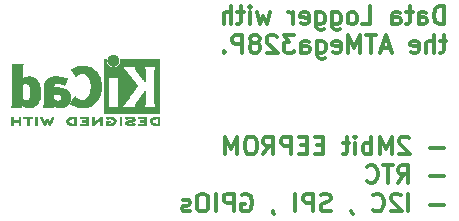
<source format=gbr>
%TF.GenerationSoftware,KiCad,Pcbnew,7.99.0-4047-gfc85112a72*%
%TF.CreationDate,2024-01-03T16:22:38+03:00*%
%TF.ProjectId,Prj 3 MCU DataLogger,50726a20-3320-44d4-9355-20446174614c,Version-1*%
%TF.SameCoordinates,Original*%
%TF.FileFunction,Legend,Bot*%
%TF.FilePolarity,Positive*%
%FSLAX46Y46*%
G04 Gerber Fmt 4.6, Leading zero omitted, Abs format (unit mm)*
G04 Created by KiCad (PCBNEW 7.99.0-4047-gfc85112a72) date 2024-01-03 16:22:38*
%MOMM*%
%LPD*%
G01*
G04 APERTURE LIST*
%ADD10C,0.300000*%
%ADD11C,0.010000*%
G04 APERTURE END LIST*
D10*
X129772889Y-86449168D02*
X128630032Y-86449168D01*
X126844317Y-85663453D02*
X126772889Y-85592025D01*
X126772889Y-85592025D02*
X126630032Y-85520596D01*
X126630032Y-85520596D02*
X126272889Y-85520596D01*
X126272889Y-85520596D02*
X126130032Y-85592025D01*
X126130032Y-85592025D02*
X126058603Y-85663453D01*
X126058603Y-85663453D02*
X125987174Y-85806310D01*
X125987174Y-85806310D02*
X125987174Y-85949168D01*
X125987174Y-85949168D02*
X126058603Y-86163453D01*
X126058603Y-86163453D02*
X126915746Y-87020596D01*
X126915746Y-87020596D02*
X125987174Y-87020596D01*
X125344318Y-87020596D02*
X125344318Y-85520596D01*
X125344318Y-85520596D02*
X124844318Y-86592025D01*
X124844318Y-86592025D02*
X124344318Y-85520596D01*
X124344318Y-85520596D02*
X124344318Y-87020596D01*
X123630032Y-87020596D02*
X123630032Y-85520596D01*
X123630032Y-86092025D02*
X123487175Y-86020596D01*
X123487175Y-86020596D02*
X123201460Y-86020596D01*
X123201460Y-86020596D02*
X123058603Y-86092025D01*
X123058603Y-86092025D02*
X122987175Y-86163453D01*
X122987175Y-86163453D02*
X122915746Y-86306310D01*
X122915746Y-86306310D02*
X122915746Y-86734882D01*
X122915746Y-86734882D02*
X122987175Y-86877739D01*
X122987175Y-86877739D02*
X123058603Y-86949168D01*
X123058603Y-86949168D02*
X123201460Y-87020596D01*
X123201460Y-87020596D02*
X123487175Y-87020596D01*
X123487175Y-87020596D02*
X123630032Y-86949168D01*
X122272889Y-87020596D02*
X122272889Y-86020596D01*
X122272889Y-85520596D02*
X122344317Y-85592025D01*
X122344317Y-85592025D02*
X122272889Y-85663453D01*
X122272889Y-85663453D02*
X122201460Y-85592025D01*
X122201460Y-85592025D02*
X122272889Y-85520596D01*
X122272889Y-85520596D02*
X122272889Y-85663453D01*
X121772888Y-86020596D02*
X121201460Y-86020596D01*
X121558603Y-85520596D02*
X121558603Y-86806310D01*
X121558603Y-86806310D02*
X121487174Y-86949168D01*
X121487174Y-86949168D02*
X121344317Y-87020596D01*
X121344317Y-87020596D02*
X121201460Y-87020596D01*
X119558603Y-86234882D02*
X119058603Y-86234882D01*
X118844317Y-87020596D02*
X119558603Y-87020596D01*
X119558603Y-87020596D02*
X119558603Y-85520596D01*
X119558603Y-85520596D02*
X118844317Y-85520596D01*
X118201460Y-86234882D02*
X117701460Y-86234882D01*
X117487174Y-87020596D02*
X118201460Y-87020596D01*
X118201460Y-87020596D02*
X118201460Y-85520596D01*
X118201460Y-85520596D02*
X117487174Y-85520596D01*
X116844317Y-87020596D02*
X116844317Y-85520596D01*
X116844317Y-85520596D02*
X116272888Y-85520596D01*
X116272888Y-85520596D02*
X116130031Y-85592025D01*
X116130031Y-85592025D02*
X116058602Y-85663453D01*
X116058602Y-85663453D02*
X115987174Y-85806310D01*
X115987174Y-85806310D02*
X115987174Y-86020596D01*
X115987174Y-86020596D02*
X116058602Y-86163453D01*
X116058602Y-86163453D02*
X116130031Y-86234882D01*
X116130031Y-86234882D02*
X116272888Y-86306310D01*
X116272888Y-86306310D02*
X116844317Y-86306310D01*
X114487174Y-87020596D02*
X114987174Y-86306310D01*
X115344317Y-87020596D02*
X115344317Y-85520596D01*
X115344317Y-85520596D02*
X114772888Y-85520596D01*
X114772888Y-85520596D02*
X114630031Y-85592025D01*
X114630031Y-85592025D02*
X114558602Y-85663453D01*
X114558602Y-85663453D02*
X114487174Y-85806310D01*
X114487174Y-85806310D02*
X114487174Y-86020596D01*
X114487174Y-86020596D02*
X114558602Y-86163453D01*
X114558602Y-86163453D02*
X114630031Y-86234882D01*
X114630031Y-86234882D02*
X114772888Y-86306310D01*
X114772888Y-86306310D02*
X115344317Y-86306310D01*
X113558602Y-85520596D02*
X113272888Y-85520596D01*
X113272888Y-85520596D02*
X113130031Y-85592025D01*
X113130031Y-85592025D02*
X112987174Y-85734882D01*
X112987174Y-85734882D02*
X112915745Y-86020596D01*
X112915745Y-86020596D02*
X112915745Y-86520596D01*
X112915745Y-86520596D02*
X112987174Y-86806310D01*
X112987174Y-86806310D02*
X113130031Y-86949168D01*
X113130031Y-86949168D02*
X113272888Y-87020596D01*
X113272888Y-87020596D02*
X113558602Y-87020596D01*
X113558602Y-87020596D02*
X113701460Y-86949168D01*
X113701460Y-86949168D02*
X113844317Y-86806310D01*
X113844317Y-86806310D02*
X113915745Y-86520596D01*
X113915745Y-86520596D02*
X113915745Y-86020596D01*
X113915745Y-86020596D02*
X113844317Y-85734882D01*
X113844317Y-85734882D02*
X113701460Y-85592025D01*
X113701460Y-85592025D02*
X113558602Y-85520596D01*
X112272888Y-87020596D02*
X112272888Y-85520596D01*
X112272888Y-85520596D02*
X111772888Y-86592025D01*
X111772888Y-86592025D02*
X111272888Y-85520596D01*
X111272888Y-85520596D02*
X111272888Y-87020596D01*
X129772889Y-88864084D02*
X128630032Y-88864084D01*
X125915746Y-89435512D02*
X126415746Y-88721226D01*
X126772889Y-89435512D02*
X126772889Y-87935512D01*
X126772889Y-87935512D02*
X126201460Y-87935512D01*
X126201460Y-87935512D02*
X126058603Y-88006941D01*
X126058603Y-88006941D02*
X125987174Y-88078369D01*
X125987174Y-88078369D02*
X125915746Y-88221226D01*
X125915746Y-88221226D02*
X125915746Y-88435512D01*
X125915746Y-88435512D02*
X125987174Y-88578369D01*
X125987174Y-88578369D02*
X126058603Y-88649798D01*
X126058603Y-88649798D02*
X126201460Y-88721226D01*
X126201460Y-88721226D02*
X126772889Y-88721226D01*
X125487174Y-87935512D02*
X124630032Y-87935512D01*
X125058603Y-89435512D02*
X125058603Y-87935512D01*
X123272889Y-89292655D02*
X123344317Y-89364084D01*
X123344317Y-89364084D02*
X123558603Y-89435512D01*
X123558603Y-89435512D02*
X123701460Y-89435512D01*
X123701460Y-89435512D02*
X123915746Y-89364084D01*
X123915746Y-89364084D02*
X124058603Y-89221226D01*
X124058603Y-89221226D02*
X124130032Y-89078369D01*
X124130032Y-89078369D02*
X124201460Y-88792655D01*
X124201460Y-88792655D02*
X124201460Y-88578369D01*
X124201460Y-88578369D02*
X124130032Y-88292655D01*
X124130032Y-88292655D02*
X124058603Y-88149798D01*
X124058603Y-88149798D02*
X123915746Y-88006941D01*
X123915746Y-88006941D02*
X123701460Y-87935512D01*
X123701460Y-87935512D02*
X123558603Y-87935512D01*
X123558603Y-87935512D02*
X123344317Y-88006941D01*
X123344317Y-88006941D02*
X123272889Y-88078369D01*
X129772889Y-91279000D02*
X128630032Y-91279000D01*
X126772889Y-91850428D02*
X126772889Y-90350428D01*
X126130031Y-90493285D02*
X126058603Y-90421857D01*
X126058603Y-90421857D02*
X125915746Y-90350428D01*
X125915746Y-90350428D02*
X125558603Y-90350428D01*
X125558603Y-90350428D02*
X125415746Y-90421857D01*
X125415746Y-90421857D02*
X125344317Y-90493285D01*
X125344317Y-90493285D02*
X125272888Y-90636142D01*
X125272888Y-90636142D02*
X125272888Y-90779000D01*
X125272888Y-90779000D02*
X125344317Y-90993285D01*
X125344317Y-90993285D02*
X126201460Y-91850428D01*
X126201460Y-91850428D02*
X125272888Y-91850428D01*
X123772889Y-91707571D02*
X123844317Y-91779000D01*
X123844317Y-91779000D02*
X124058603Y-91850428D01*
X124058603Y-91850428D02*
X124201460Y-91850428D01*
X124201460Y-91850428D02*
X124415746Y-91779000D01*
X124415746Y-91779000D02*
X124558603Y-91636142D01*
X124558603Y-91636142D02*
X124630032Y-91493285D01*
X124630032Y-91493285D02*
X124701460Y-91207571D01*
X124701460Y-91207571D02*
X124701460Y-90993285D01*
X124701460Y-90993285D02*
X124630032Y-90707571D01*
X124630032Y-90707571D02*
X124558603Y-90564714D01*
X124558603Y-90564714D02*
X124415746Y-90421857D01*
X124415746Y-90421857D02*
X124201460Y-90350428D01*
X124201460Y-90350428D02*
X124058603Y-90350428D01*
X124058603Y-90350428D02*
X123844317Y-90421857D01*
X123844317Y-90421857D02*
X123772889Y-90493285D01*
X121915746Y-91779000D02*
X121915746Y-91850428D01*
X121915746Y-91850428D02*
X121987175Y-91993285D01*
X121987175Y-91993285D02*
X122058603Y-92064714D01*
X120201460Y-91779000D02*
X119987175Y-91850428D01*
X119987175Y-91850428D02*
X119630032Y-91850428D01*
X119630032Y-91850428D02*
X119487175Y-91779000D01*
X119487175Y-91779000D02*
X119415746Y-91707571D01*
X119415746Y-91707571D02*
X119344317Y-91564714D01*
X119344317Y-91564714D02*
X119344317Y-91421857D01*
X119344317Y-91421857D02*
X119415746Y-91279000D01*
X119415746Y-91279000D02*
X119487175Y-91207571D01*
X119487175Y-91207571D02*
X119630032Y-91136142D01*
X119630032Y-91136142D02*
X119915746Y-91064714D01*
X119915746Y-91064714D02*
X120058603Y-90993285D01*
X120058603Y-90993285D02*
X120130032Y-90921857D01*
X120130032Y-90921857D02*
X120201460Y-90779000D01*
X120201460Y-90779000D02*
X120201460Y-90636142D01*
X120201460Y-90636142D02*
X120130032Y-90493285D01*
X120130032Y-90493285D02*
X120058603Y-90421857D01*
X120058603Y-90421857D02*
X119915746Y-90350428D01*
X119915746Y-90350428D02*
X119558603Y-90350428D01*
X119558603Y-90350428D02*
X119344317Y-90421857D01*
X118701461Y-91850428D02*
X118701461Y-90350428D01*
X118701461Y-90350428D02*
X118130032Y-90350428D01*
X118130032Y-90350428D02*
X117987175Y-90421857D01*
X117987175Y-90421857D02*
X117915746Y-90493285D01*
X117915746Y-90493285D02*
X117844318Y-90636142D01*
X117844318Y-90636142D02*
X117844318Y-90850428D01*
X117844318Y-90850428D02*
X117915746Y-90993285D01*
X117915746Y-90993285D02*
X117987175Y-91064714D01*
X117987175Y-91064714D02*
X118130032Y-91136142D01*
X118130032Y-91136142D02*
X118701461Y-91136142D01*
X117201461Y-91850428D02*
X117201461Y-90350428D01*
X115272889Y-91779000D02*
X115272889Y-91850428D01*
X115272889Y-91850428D02*
X115344318Y-91993285D01*
X115344318Y-91993285D02*
X115415746Y-92064714D01*
X112701460Y-90421857D02*
X112844318Y-90350428D01*
X112844318Y-90350428D02*
X113058603Y-90350428D01*
X113058603Y-90350428D02*
X113272889Y-90421857D01*
X113272889Y-90421857D02*
X113415746Y-90564714D01*
X113415746Y-90564714D02*
X113487175Y-90707571D01*
X113487175Y-90707571D02*
X113558603Y-90993285D01*
X113558603Y-90993285D02*
X113558603Y-91207571D01*
X113558603Y-91207571D02*
X113487175Y-91493285D01*
X113487175Y-91493285D02*
X113415746Y-91636142D01*
X113415746Y-91636142D02*
X113272889Y-91779000D01*
X113272889Y-91779000D02*
X113058603Y-91850428D01*
X113058603Y-91850428D02*
X112915746Y-91850428D01*
X112915746Y-91850428D02*
X112701460Y-91779000D01*
X112701460Y-91779000D02*
X112630032Y-91707571D01*
X112630032Y-91707571D02*
X112630032Y-91207571D01*
X112630032Y-91207571D02*
X112915746Y-91207571D01*
X111987175Y-91850428D02*
X111987175Y-90350428D01*
X111987175Y-90350428D02*
X111415746Y-90350428D01*
X111415746Y-90350428D02*
X111272889Y-90421857D01*
X111272889Y-90421857D02*
X111201460Y-90493285D01*
X111201460Y-90493285D02*
X111130032Y-90636142D01*
X111130032Y-90636142D02*
X111130032Y-90850428D01*
X111130032Y-90850428D02*
X111201460Y-90993285D01*
X111201460Y-90993285D02*
X111272889Y-91064714D01*
X111272889Y-91064714D02*
X111415746Y-91136142D01*
X111415746Y-91136142D02*
X111987175Y-91136142D01*
X110487175Y-91850428D02*
X110487175Y-90350428D01*
X109487174Y-90350428D02*
X109201460Y-90350428D01*
X109201460Y-90350428D02*
X109058603Y-90421857D01*
X109058603Y-90421857D02*
X108915746Y-90564714D01*
X108915746Y-90564714D02*
X108844317Y-90850428D01*
X108844317Y-90850428D02*
X108844317Y-91350428D01*
X108844317Y-91350428D02*
X108915746Y-91636142D01*
X108915746Y-91636142D02*
X109058603Y-91779000D01*
X109058603Y-91779000D02*
X109201460Y-91850428D01*
X109201460Y-91850428D02*
X109487174Y-91850428D01*
X109487174Y-91850428D02*
X109630032Y-91779000D01*
X109630032Y-91779000D02*
X109772889Y-91636142D01*
X109772889Y-91636142D02*
X109844317Y-91350428D01*
X109844317Y-91350428D02*
X109844317Y-90850428D01*
X109844317Y-90850428D02*
X109772889Y-90564714D01*
X109772889Y-90564714D02*
X109630032Y-90421857D01*
X109630032Y-90421857D02*
X109487174Y-90350428D01*
X108272888Y-91779000D02*
X108130031Y-91850428D01*
X108130031Y-91850428D02*
X107844317Y-91850428D01*
X107844317Y-91850428D02*
X107701460Y-91779000D01*
X107701460Y-91779000D02*
X107630031Y-91636142D01*
X107630031Y-91636142D02*
X107630031Y-91564714D01*
X107630031Y-91564714D02*
X107701460Y-91421857D01*
X107701460Y-91421857D02*
X107844317Y-91350428D01*
X107844317Y-91350428D02*
X108058603Y-91350428D01*
X108058603Y-91350428D02*
X108201460Y-91279000D01*
X108201460Y-91279000D02*
X108272888Y-91136142D01*
X108272888Y-91136142D02*
X108272888Y-91064714D01*
X108272888Y-91064714D02*
X108201460Y-90921857D01*
X108201460Y-90921857D02*
X108058603Y-90850428D01*
X108058603Y-90850428D02*
X107844317Y-90850428D01*
X107844317Y-90850428D02*
X107701460Y-90921857D01*
X129772889Y-75998912D02*
X129772889Y-74498912D01*
X129772889Y-74498912D02*
X129415746Y-74498912D01*
X129415746Y-74498912D02*
X129201460Y-74570341D01*
X129201460Y-74570341D02*
X129058603Y-74713198D01*
X129058603Y-74713198D02*
X128987174Y-74856055D01*
X128987174Y-74856055D02*
X128915746Y-75141769D01*
X128915746Y-75141769D02*
X128915746Y-75356055D01*
X128915746Y-75356055D02*
X128987174Y-75641769D01*
X128987174Y-75641769D02*
X129058603Y-75784626D01*
X129058603Y-75784626D02*
X129201460Y-75927484D01*
X129201460Y-75927484D02*
X129415746Y-75998912D01*
X129415746Y-75998912D02*
X129772889Y-75998912D01*
X127630032Y-75998912D02*
X127630032Y-75213198D01*
X127630032Y-75213198D02*
X127701460Y-75070341D01*
X127701460Y-75070341D02*
X127844317Y-74998912D01*
X127844317Y-74998912D02*
X128130032Y-74998912D01*
X128130032Y-74998912D02*
X128272889Y-75070341D01*
X127630032Y-75927484D02*
X127772889Y-75998912D01*
X127772889Y-75998912D02*
X128130032Y-75998912D01*
X128130032Y-75998912D02*
X128272889Y-75927484D01*
X128272889Y-75927484D02*
X128344317Y-75784626D01*
X128344317Y-75784626D02*
X128344317Y-75641769D01*
X128344317Y-75641769D02*
X128272889Y-75498912D01*
X128272889Y-75498912D02*
X128130032Y-75427484D01*
X128130032Y-75427484D02*
X127772889Y-75427484D01*
X127772889Y-75427484D02*
X127630032Y-75356055D01*
X127130031Y-74998912D02*
X126558603Y-74998912D01*
X126915746Y-74498912D02*
X126915746Y-75784626D01*
X126915746Y-75784626D02*
X126844317Y-75927484D01*
X126844317Y-75927484D02*
X126701460Y-75998912D01*
X126701460Y-75998912D02*
X126558603Y-75998912D01*
X125415746Y-75998912D02*
X125415746Y-75213198D01*
X125415746Y-75213198D02*
X125487174Y-75070341D01*
X125487174Y-75070341D02*
X125630031Y-74998912D01*
X125630031Y-74998912D02*
X125915746Y-74998912D01*
X125915746Y-74998912D02*
X126058603Y-75070341D01*
X125415746Y-75927484D02*
X125558603Y-75998912D01*
X125558603Y-75998912D02*
X125915746Y-75998912D01*
X125915746Y-75998912D02*
X126058603Y-75927484D01*
X126058603Y-75927484D02*
X126130031Y-75784626D01*
X126130031Y-75784626D02*
X126130031Y-75641769D01*
X126130031Y-75641769D02*
X126058603Y-75498912D01*
X126058603Y-75498912D02*
X125915746Y-75427484D01*
X125915746Y-75427484D02*
X125558603Y-75427484D01*
X125558603Y-75427484D02*
X125415746Y-75356055D01*
X122844317Y-75998912D02*
X123558603Y-75998912D01*
X123558603Y-75998912D02*
X123558603Y-74498912D01*
X122130031Y-75998912D02*
X122272888Y-75927484D01*
X122272888Y-75927484D02*
X122344317Y-75856055D01*
X122344317Y-75856055D02*
X122415745Y-75713198D01*
X122415745Y-75713198D02*
X122415745Y-75284626D01*
X122415745Y-75284626D02*
X122344317Y-75141769D01*
X122344317Y-75141769D02*
X122272888Y-75070341D01*
X122272888Y-75070341D02*
X122130031Y-74998912D01*
X122130031Y-74998912D02*
X121915745Y-74998912D01*
X121915745Y-74998912D02*
X121772888Y-75070341D01*
X121772888Y-75070341D02*
X121701460Y-75141769D01*
X121701460Y-75141769D02*
X121630031Y-75284626D01*
X121630031Y-75284626D02*
X121630031Y-75713198D01*
X121630031Y-75713198D02*
X121701460Y-75856055D01*
X121701460Y-75856055D02*
X121772888Y-75927484D01*
X121772888Y-75927484D02*
X121915745Y-75998912D01*
X121915745Y-75998912D02*
X122130031Y-75998912D01*
X120344317Y-74998912D02*
X120344317Y-76213198D01*
X120344317Y-76213198D02*
X120415745Y-76356055D01*
X120415745Y-76356055D02*
X120487174Y-76427484D01*
X120487174Y-76427484D02*
X120630031Y-76498912D01*
X120630031Y-76498912D02*
X120844317Y-76498912D01*
X120844317Y-76498912D02*
X120987174Y-76427484D01*
X120344317Y-75927484D02*
X120487174Y-75998912D01*
X120487174Y-75998912D02*
X120772888Y-75998912D01*
X120772888Y-75998912D02*
X120915745Y-75927484D01*
X120915745Y-75927484D02*
X120987174Y-75856055D01*
X120987174Y-75856055D02*
X121058602Y-75713198D01*
X121058602Y-75713198D02*
X121058602Y-75284626D01*
X121058602Y-75284626D02*
X120987174Y-75141769D01*
X120987174Y-75141769D02*
X120915745Y-75070341D01*
X120915745Y-75070341D02*
X120772888Y-74998912D01*
X120772888Y-74998912D02*
X120487174Y-74998912D01*
X120487174Y-74998912D02*
X120344317Y-75070341D01*
X118987174Y-74998912D02*
X118987174Y-76213198D01*
X118987174Y-76213198D02*
X119058602Y-76356055D01*
X119058602Y-76356055D02*
X119130031Y-76427484D01*
X119130031Y-76427484D02*
X119272888Y-76498912D01*
X119272888Y-76498912D02*
X119487174Y-76498912D01*
X119487174Y-76498912D02*
X119630031Y-76427484D01*
X118987174Y-75927484D02*
X119130031Y-75998912D01*
X119130031Y-75998912D02*
X119415745Y-75998912D01*
X119415745Y-75998912D02*
X119558602Y-75927484D01*
X119558602Y-75927484D02*
X119630031Y-75856055D01*
X119630031Y-75856055D02*
X119701459Y-75713198D01*
X119701459Y-75713198D02*
X119701459Y-75284626D01*
X119701459Y-75284626D02*
X119630031Y-75141769D01*
X119630031Y-75141769D02*
X119558602Y-75070341D01*
X119558602Y-75070341D02*
X119415745Y-74998912D01*
X119415745Y-74998912D02*
X119130031Y-74998912D01*
X119130031Y-74998912D02*
X118987174Y-75070341D01*
X117701459Y-75927484D02*
X117844316Y-75998912D01*
X117844316Y-75998912D02*
X118130031Y-75998912D01*
X118130031Y-75998912D02*
X118272888Y-75927484D01*
X118272888Y-75927484D02*
X118344316Y-75784626D01*
X118344316Y-75784626D02*
X118344316Y-75213198D01*
X118344316Y-75213198D02*
X118272888Y-75070341D01*
X118272888Y-75070341D02*
X118130031Y-74998912D01*
X118130031Y-74998912D02*
X117844316Y-74998912D01*
X117844316Y-74998912D02*
X117701459Y-75070341D01*
X117701459Y-75070341D02*
X117630031Y-75213198D01*
X117630031Y-75213198D02*
X117630031Y-75356055D01*
X117630031Y-75356055D02*
X118344316Y-75498912D01*
X116987174Y-75998912D02*
X116987174Y-74998912D01*
X116987174Y-75284626D02*
X116915745Y-75141769D01*
X116915745Y-75141769D02*
X116844317Y-75070341D01*
X116844317Y-75070341D02*
X116701459Y-74998912D01*
X116701459Y-74998912D02*
X116558602Y-74998912D01*
X115058603Y-74998912D02*
X114772889Y-75998912D01*
X114772889Y-75998912D02*
X114487174Y-75284626D01*
X114487174Y-75284626D02*
X114201460Y-75998912D01*
X114201460Y-75998912D02*
X113915746Y-74998912D01*
X113344317Y-75998912D02*
X113344317Y-74998912D01*
X113344317Y-74498912D02*
X113415745Y-74570341D01*
X113415745Y-74570341D02*
X113344317Y-74641769D01*
X113344317Y-74641769D02*
X113272888Y-74570341D01*
X113272888Y-74570341D02*
X113344317Y-74498912D01*
X113344317Y-74498912D02*
X113344317Y-74641769D01*
X112844316Y-74998912D02*
X112272888Y-74998912D01*
X112630031Y-74498912D02*
X112630031Y-75784626D01*
X112630031Y-75784626D02*
X112558602Y-75927484D01*
X112558602Y-75927484D02*
X112415745Y-75998912D01*
X112415745Y-75998912D02*
X112272888Y-75998912D01*
X111772888Y-75998912D02*
X111772888Y-74498912D01*
X111130031Y-75998912D02*
X111130031Y-75213198D01*
X111130031Y-75213198D02*
X111201459Y-75070341D01*
X111201459Y-75070341D02*
X111344316Y-74998912D01*
X111344316Y-74998912D02*
X111558602Y-74998912D01*
X111558602Y-74998912D02*
X111701459Y-75070341D01*
X111701459Y-75070341D02*
X111772888Y-75141769D01*
X129987174Y-77413828D02*
X129415746Y-77413828D01*
X129772889Y-76913828D02*
X129772889Y-78199542D01*
X129772889Y-78199542D02*
X129701460Y-78342400D01*
X129701460Y-78342400D02*
X129558603Y-78413828D01*
X129558603Y-78413828D02*
X129415746Y-78413828D01*
X128915746Y-78413828D02*
X128915746Y-76913828D01*
X128272889Y-78413828D02*
X128272889Y-77628114D01*
X128272889Y-77628114D02*
X128344317Y-77485257D01*
X128344317Y-77485257D02*
X128487174Y-77413828D01*
X128487174Y-77413828D02*
X128701460Y-77413828D01*
X128701460Y-77413828D02*
X128844317Y-77485257D01*
X128844317Y-77485257D02*
X128915746Y-77556685D01*
X126987174Y-78342400D02*
X127130031Y-78413828D01*
X127130031Y-78413828D02*
X127415746Y-78413828D01*
X127415746Y-78413828D02*
X127558603Y-78342400D01*
X127558603Y-78342400D02*
X127630031Y-78199542D01*
X127630031Y-78199542D02*
X127630031Y-77628114D01*
X127630031Y-77628114D02*
X127558603Y-77485257D01*
X127558603Y-77485257D02*
X127415746Y-77413828D01*
X127415746Y-77413828D02*
X127130031Y-77413828D01*
X127130031Y-77413828D02*
X126987174Y-77485257D01*
X126987174Y-77485257D02*
X126915746Y-77628114D01*
X126915746Y-77628114D02*
X126915746Y-77770971D01*
X126915746Y-77770971D02*
X127630031Y-77913828D01*
X125201460Y-77985257D02*
X124487175Y-77985257D01*
X125344317Y-78413828D02*
X124844317Y-76913828D01*
X124844317Y-76913828D02*
X124344317Y-78413828D01*
X124058603Y-76913828D02*
X123201461Y-76913828D01*
X123630032Y-78413828D02*
X123630032Y-76913828D01*
X122701461Y-78413828D02*
X122701461Y-76913828D01*
X122701461Y-76913828D02*
X122201461Y-77985257D01*
X122201461Y-77985257D02*
X121701461Y-76913828D01*
X121701461Y-76913828D02*
X121701461Y-78413828D01*
X120415746Y-78342400D02*
X120558603Y-78413828D01*
X120558603Y-78413828D02*
X120844318Y-78413828D01*
X120844318Y-78413828D02*
X120987175Y-78342400D01*
X120987175Y-78342400D02*
X121058603Y-78199542D01*
X121058603Y-78199542D02*
X121058603Y-77628114D01*
X121058603Y-77628114D02*
X120987175Y-77485257D01*
X120987175Y-77485257D02*
X120844318Y-77413828D01*
X120844318Y-77413828D02*
X120558603Y-77413828D01*
X120558603Y-77413828D02*
X120415746Y-77485257D01*
X120415746Y-77485257D02*
X120344318Y-77628114D01*
X120344318Y-77628114D02*
X120344318Y-77770971D01*
X120344318Y-77770971D02*
X121058603Y-77913828D01*
X119058604Y-77413828D02*
X119058604Y-78628114D01*
X119058604Y-78628114D02*
X119130032Y-78770971D01*
X119130032Y-78770971D02*
X119201461Y-78842400D01*
X119201461Y-78842400D02*
X119344318Y-78913828D01*
X119344318Y-78913828D02*
X119558604Y-78913828D01*
X119558604Y-78913828D02*
X119701461Y-78842400D01*
X119058604Y-78342400D02*
X119201461Y-78413828D01*
X119201461Y-78413828D02*
X119487175Y-78413828D01*
X119487175Y-78413828D02*
X119630032Y-78342400D01*
X119630032Y-78342400D02*
X119701461Y-78270971D01*
X119701461Y-78270971D02*
X119772889Y-78128114D01*
X119772889Y-78128114D02*
X119772889Y-77699542D01*
X119772889Y-77699542D02*
X119701461Y-77556685D01*
X119701461Y-77556685D02*
X119630032Y-77485257D01*
X119630032Y-77485257D02*
X119487175Y-77413828D01*
X119487175Y-77413828D02*
X119201461Y-77413828D01*
X119201461Y-77413828D02*
X119058604Y-77485257D01*
X117701461Y-78413828D02*
X117701461Y-77628114D01*
X117701461Y-77628114D02*
X117772889Y-77485257D01*
X117772889Y-77485257D02*
X117915746Y-77413828D01*
X117915746Y-77413828D02*
X118201461Y-77413828D01*
X118201461Y-77413828D02*
X118344318Y-77485257D01*
X117701461Y-78342400D02*
X117844318Y-78413828D01*
X117844318Y-78413828D02*
X118201461Y-78413828D01*
X118201461Y-78413828D02*
X118344318Y-78342400D01*
X118344318Y-78342400D02*
X118415746Y-78199542D01*
X118415746Y-78199542D02*
X118415746Y-78056685D01*
X118415746Y-78056685D02*
X118344318Y-77913828D01*
X118344318Y-77913828D02*
X118201461Y-77842400D01*
X118201461Y-77842400D02*
X117844318Y-77842400D01*
X117844318Y-77842400D02*
X117701461Y-77770971D01*
X117130032Y-76913828D02*
X116201460Y-76913828D01*
X116201460Y-76913828D02*
X116701460Y-77485257D01*
X116701460Y-77485257D02*
X116487175Y-77485257D01*
X116487175Y-77485257D02*
X116344318Y-77556685D01*
X116344318Y-77556685D02*
X116272889Y-77628114D01*
X116272889Y-77628114D02*
X116201460Y-77770971D01*
X116201460Y-77770971D02*
X116201460Y-78128114D01*
X116201460Y-78128114D02*
X116272889Y-78270971D01*
X116272889Y-78270971D02*
X116344318Y-78342400D01*
X116344318Y-78342400D02*
X116487175Y-78413828D01*
X116487175Y-78413828D02*
X116915746Y-78413828D01*
X116915746Y-78413828D02*
X117058603Y-78342400D01*
X117058603Y-78342400D02*
X117130032Y-78270971D01*
X115630032Y-77056685D02*
X115558604Y-76985257D01*
X115558604Y-76985257D02*
X115415747Y-76913828D01*
X115415747Y-76913828D02*
X115058604Y-76913828D01*
X115058604Y-76913828D02*
X114915747Y-76985257D01*
X114915747Y-76985257D02*
X114844318Y-77056685D01*
X114844318Y-77056685D02*
X114772889Y-77199542D01*
X114772889Y-77199542D02*
X114772889Y-77342400D01*
X114772889Y-77342400D02*
X114844318Y-77556685D01*
X114844318Y-77556685D02*
X115701461Y-78413828D01*
X115701461Y-78413828D02*
X114772889Y-78413828D01*
X113915747Y-77556685D02*
X114058604Y-77485257D01*
X114058604Y-77485257D02*
X114130033Y-77413828D01*
X114130033Y-77413828D02*
X114201461Y-77270971D01*
X114201461Y-77270971D02*
X114201461Y-77199542D01*
X114201461Y-77199542D02*
X114130033Y-77056685D01*
X114130033Y-77056685D02*
X114058604Y-76985257D01*
X114058604Y-76985257D02*
X113915747Y-76913828D01*
X113915747Y-76913828D02*
X113630033Y-76913828D01*
X113630033Y-76913828D02*
X113487176Y-76985257D01*
X113487176Y-76985257D02*
X113415747Y-77056685D01*
X113415747Y-77056685D02*
X113344318Y-77199542D01*
X113344318Y-77199542D02*
X113344318Y-77270971D01*
X113344318Y-77270971D02*
X113415747Y-77413828D01*
X113415747Y-77413828D02*
X113487176Y-77485257D01*
X113487176Y-77485257D02*
X113630033Y-77556685D01*
X113630033Y-77556685D02*
X113915747Y-77556685D01*
X113915747Y-77556685D02*
X114058604Y-77628114D01*
X114058604Y-77628114D02*
X114130033Y-77699542D01*
X114130033Y-77699542D02*
X114201461Y-77842400D01*
X114201461Y-77842400D02*
X114201461Y-78128114D01*
X114201461Y-78128114D02*
X114130033Y-78270971D01*
X114130033Y-78270971D02*
X114058604Y-78342400D01*
X114058604Y-78342400D02*
X113915747Y-78413828D01*
X113915747Y-78413828D02*
X113630033Y-78413828D01*
X113630033Y-78413828D02*
X113487176Y-78342400D01*
X113487176Y-78342400D02*
X113415747Y-78270971D01*
X113415747Y-78270971D02*
X113344318Y-78128114D01*
X113344318Y-78128114D02*
X113344318Y-77842400D01*
X113344318Y-77842400D02*
X113415747Y-77699542D01*
X113415747Y-77699542D02*
X113487176Y-77628114D01*
X113487176Y-77628114D02*
X113630033Y-77556685D01*
X112701462Y-78413828D02*
X112701462Y-76913828D01*
X112701462Y-76913828D02*
X112130033Y-76913828D01*
X112130033Y-76913828D02*
X111987176Y-76985257D01*
X111987176Y-76985257D02*
X111915747Y-77056685D01*
X111915747Y-77056685D02*
X111844319Y-77199542D01*
X111844319Y-77199542D02*
X111844319Y-77413828D01*
X111844319Y-77413828D02*
X111915747Y-77556685D01*
X111915747Y-77556685D02*
X111987176Y-77628114D01*
X111987176Y-77628114D02*
X112130033Y-77699542D01*
X112130033Y-77699542D02*
X112701462Y-77699542D01*
X111201462Y-78270971D02*
X111130033Y-78342400D01*
X111130033Y-78342400D02*
X111201462Y-78413828D01*
X111201462Y-78413828D02*
X111272890Y-78342400D01*
X111272890Y-78342400D02*
X111201462Y-78270971D01*
X111201462Y-78270971D02*
X111201462Y-78413828D01*
D11*
%TO.C,REF\u002A\u002A*%
X95601594Y-81802111D02*
X95600868Y-81879558D01*
X95592289Y-82030994D01*
X95573433Y-82167683D01*
X95543437Y-82293676D01*
X95501436Y-82413025D01*
X95446569Y-82529781D01*
X95379767Y-82640579D01*
X95288963Y-82754139D01*
X95185308Y-82849611D01*
X95069487Y-82926473D01*
X94942186Y-82984197D01*
X94804089Y-83022258D01*
X94766393Y-83028066D01*
X94687352Y-83033796D01*
X94599229Y-83033983D01*
X94509836Y-83028939D01*
X94426984Y-83018978D01*
X94358487Y-83004412D01*
X94327635Y-82994764D01*
X94250330Y-82964523D01*
X94173279Y-82927017D01*
X94103800Y-82886014D01*
X94049215Y-82845279D01*
X94026516Y-82825905D01*
X94003801Y-82808062D01*
X93992379Y-82801178D01*
X93991137Y-82802824D01*
X93988328Y-82820605D01*
X93986376Y-82853770D01*
X93985645Y-82897133D01*
X93985645Y-82993089D01*
X93127496Y-82993089D01*
X93161761Y-82932374D01*
X93166955Y-82923268D01*
X93175315Y-82908649D01*
X93182888Y-82894573D01*
X93189712Y-82879940D01*
X93195827Y-82863649D01*
X93201273Y-82844598D01*
X93206087Y-82821686D01*
X93210308Y-82793813D01*
X93213977Y-82759878D01*
X93217131Y-82718779D01*
X93219811Y-82669415D01*
X93222054Y-82610686D01*
X93223899Y-82541490D01*
X93225387Y-82460726D01*
X93226555Y-82367294D01*
X93227278Y-82280121D01*
X94030800Y-82280121D01*
X94101356Y-82326489D01*
X94142017Y-82350191D01*
X94196146Y-82376039D01*
X94245289Y-82394229D01*
X94308765Y-82409951D01*
X94404931Y-82420941D01*
X94489500Y-82412765D01*
X94562819Y-82385205D01*
X94625237Y-82338042D01*
X94677102Y-82271058D01*
X94718760Y-82184033D01*
X94750562Y-82076750D01*
X94753145Y-82064409D01*
X94761600Y-82003172D01*
X94767263Y-81926092D01*
X94770176Y-81838402D01*
X94770383Y-81745334D01*
X94767930Y-81652120D01*
X94762861Y-81563994D01*
X94755219Y-81486188D01*
X94745048Y-81423933D01*
X94743767Y-81418066D01*
X94714726Y-81307521D01*
X94680210Y-81216975D01*
X94639056Y-81144353D01*
X94590099Y-81087581D01*
X94532174Y-81044584D01*
X94500220Y-81029015D01*
X94427384Y-81010122D01*
X94346043Y-81006865D01*
X94260919Y-81018789D01*
X94176733Y-81045440D01*
X94098208Y-81086362D01*
X94030800Y-81129930D01*
X94030800Y-82280121D01*
X93227278Y-82280121D01*
X93227444Y-82260092D01*
X93228091Y-82138020D01*
X93228536Y-81999976D01*
X93228818Y-81844859D01*
X93228975Y-81671568D01*
X93229048Y-81479003D01*
X93229074Y-81266062D01*
X93229093Y-81031645D01*
X93229289Y-79346778D01*
X94134617Y-79346778D01*
X94110185Y-79383467D01*
X94103918Y-79393047D01*
X94077808Y-79439381D01*
X94060069Y-79486502D01*
X94048508Y-79541651D01*
X94040931Y-79612067D01*
X94040439Y-79619050D01*
X94038662Y-79657041D01*
X94037044Y-79710976D01*
X94035599Y-79778103D01*
X94034340Y-79855671D01*
X94033280Y-79940928D01*
X94032429Y-80031124D01*
X94031803Y-80123507D01*
X94031412Y-80215325D01*
X94031270Y-80303827D01*
X94031390Y-80386262D01*
X94031783Y-80459879D01*
X94032462Y-80521926D01*
X94033441Y-80569651D01*
X94034732Y-80600304D01*
X94036347Y-80611133D01*
X94044557Y-80606733D01*
X94066247Y-80591762D01*
X94095614Y-80569848D01*
X94144479Y-80535636D01*
X94232725Y-80489114D01*
X94331516Y-80455446D01*
X94444110Y-80433631D01*
X94573764Y-80422665D01*
X94666270Y-80421619D01*
X94787611Y-80431414D01*
X94897699Y-80455574D01*
X95000989Y-80495185D01*
X95101938Y-80551332D01*
X95147103Y-80582283D01*
X95252511Y-80673515D01*
X95344138Y-80782506D01*
X95421932Y-80909126D01*
X95485841Y-81053245D01*
X95535814Y-81214732D01*
X95571798Y-81393459D01*
X95593743Y-81589295D01*
X95599500Y-81745334D01*
X95601594Y-81802111D01*
G36*
X95601594Y-81802111D02*
G01*
X95600868Y-81879558D01*
X95592289Y-82030994D01*
X95573433Y-82167683D01*
X95543437Y-82293676D01*
X95501436Y-82413025D01*
X95446569Y-82529781D01*
X95379767Y-82640579D01*
X95288963Y-82754139D01*
X95185308Y-82849611D01*
X95069487Y-82926473D01*
X94942186Y-82984197D01*
X94804089Y-83022258D01*
X94766393Y-83028066D01*
X94687352Y-83033796D01*
X94599229Y-83033983D01*
X94509836Y-83028939D01*
X94426984Y-83018978D01*
X94358487Y-83004412D01*
X94327635Y-82994764D01*
X94250330Y-82964523D01*
X94173279Y-82927017D01*
X94103800Y-82886014D01*
X94049215Y-82845279D01*
X94026516Y-82825905D01*
X94003801Y-82808062D01*
X93992379Y-82801178D01*
X93991137Y-82802824D01*
X93988328Y-82820605D01*
X93986376Y-82853770D01*
X93985645Y-82897133D01*
X93985645Y-82993089D01*
X93127496Y-82993089D01*
X93161761Y-82932374D01*
X93166955Y-82923268D01*
X93175315Y-82908649D01*
X93182888Y-82894573D01*
X93189712Y-82879940D01*
X93195827Y-82863649D01*
X93201273Y-82844598D01*
X93206087Y-82821686D01*
X93210308Y-82793813D01*
X93213977Y-82759878D01*
X93217131Y-82718779D01*
X93219811Y-82669415D01*
X93222054Y-82610686D01*
X93223899Y-82541490D01*
X93225387Y-82460726D01*
X93226555Y-82367294D01*
X93227278Y-82280121D01*
X94030800Y-82280121D01*
X94101356Y-82326489D01*
X94142017Y-82350191D01*
X94196146Y-82376039D01*
X94245289Y-82394229D01*
X94308765Y-82409951D01*
X94404931Y-82420941D01*
X94489500Y-82412765D01*
X94562819Y-82385205D01*
X94625237Y-82338042D01*
X94677102Y-82271058D01*
X94718760Y-82184033D01*
X94750562Y-82076750D01*
X94753145Y-82064409D01*
X94761600Y-82003172D01*
X94767263Y-81926092D01*
X94770176Y-81838402D01*
X94770383Y-81745334D01*
X94767930Y-81652120D01*
X94762861Y-81563994D01*
X94755219Y-81486188D01*
X94745048Y-81423933D01*
X94743767Y-81418066D01*
X94714726Y-81307521D01*
X94680210Y-81216975D01*
X94639056Y-81144353D01*
X94590099Y-81087581D01*
X94532174Y-81044584D01*
X94500220Y-81029015D01*
X94427384Y-81010122D01*
X94346043Y-81006865D01*
X94260919Y-81018789D01*
X94176733Y-81045440D01*
X94098208Y-81086362D01*
X94030800Y-81129930D01*
X94030800Y-82280121D01*
X93227278Y-82280121D01*
X93227444Y-82260092D01*
X93228091Y-82138020D01*
X93228536Y-81999976D01*
X93228818Y-81844859D01*
X93228975Y-81671568D01*
X93229048Y-81479003D01*
X93229074Y-81266062D01*
X93229093Y-81031645D01*
X93229289Y-79346778D01*
X94134617Y-79346778D01*
X94110185Y-79383467D01*
X94103918Y-79393047D01*
X94077808Y-79439381D01*
X94060069Y-79486502D01*
X94048508Y-79541651D01*
X94040931Y-79612067D01*
X94040439Y-79619050D01*
X94038662Y-79657041D01*
X94037044Y-79710976D01*
X94035599Y-79778103D01*
X94034340Y-79855671D01*
X94033280Y-79940928D01*
X94032429Y-80031124D01*
X94031803Y-80123507D01*
X94031412Y-80215325D01*
X94031270Y-80303827D01*
X94031390Y-80386262D01*
X94031783Y-80459879D01*
X94032462Y-80521926D01*
X94033441Y-80569651D01*
X94034732Y-80600304D01*
X94036347Y-80611133D01*
X94044557Y-80606733D01*
X94066247Y-80591762D01*
X94095614Y-80569848D01*
X94144479Y-80535636D01*
X94232725Y-80489114D01*
X94331516Y-80455446D01*
X94444110Y-80433631D01*
X94573764Y-80422665D01*
X94666270Y-80421619D01*
X94787611Y-80431414D01*
X94897699Y-80455574D01*
X95000989Y-80495185D01*
X95101938Y-80551332D01*
X95147103Y-80582283D01*
X95252511Y-80673515D01*
X95344138Y-80782506D01*
X95421932Y-80909126D01*
X95485841Y-81053245D01*
X95535814Y-81214732D01*
X95571798Y-81393459D01*
X95593743Y-81589295D01*
X95599500Y-81745334D01*
X95601594Y-81802111D01*
G37*
X94571367Y-83828468D02*
X94665490Y-83828558D01*
X94740005Y-83828898D01*
X94797411Y-83829639D01*
X94840211Y-83830935D01*
X94870904Y-83832937D01*
X94891991Y-83835796D01*
X94905973Y-83839666D01*
X94915350Y-83844698D01*
X94922622Y-83851045D01*
X94941428Y-83883762D01*
X94942875Y-83921339D01*
X94926517Y-83954578D01*
X94925157Y-83956031D01*
X94913954Y-83964392D01*
X94896852Y-83969947D01*
X94869682Y-83973240D01*
X94828278Y-83974818D01*
X94768473Y-83975222D01*
X94629111Y-83975222D01*
X94629111Y-84238989D01*
X94629036Y-84314817D01*
X94628628Y-84381483D01*
X94627646Y-84431267D01*
X94625850Y-84467184D01*
X94622999Y-84492250D01*
X94618853Y-84509481D01*
X94613171Y-84521892D01*
X94605714Y-84532500D01*
X94603424Y-84535306D01*
X94572246Y-84557948D01*
X94537866Y-84559512D01*
X94504934Y-84539667D01*
X94497955Y-84531591D01*
X94492483Y-84520993D01*
X94488463Y-84505149D01*
X94485672Y-84481173D01*
X94483888Y-84446174D01*
X94482889Y-84397264D01*
X94482452Y-84331554D01*
X94482356Y-84246156D01*
X94482356Y-83975222D01*
X94336420Y-83975222D01*
X94325320Y-83975221D01*
X94268802Y-83974996D01*
X94229958Y-83973857D01*
X94204565Y-83971057D01*
X94188404Y-83965850D01*
X94177252Y-83957489D01*
X94166889Y-83945226D01*
X94151041Y-83914538D01*
X94154143Y-83880758D01*
X94179787Y-83848222D01*
X94184729Y-83844505D01*
X94194938Y-83839669D01*
X94210364Y-83835906D01*
X94233486Y-83833083D01*
X94266783Y-83831070D01*
X94312737Y-83829733D01*
X94373828Y-83828942D01*
X94452535Y-83828563D01*
X94551340Y-83828467D01*
X94571367Y-83828468D01*
G36*
X94571367Y-83828468D02*
G01*
X94665490Y-83828558D01*
X94740005Y-83828898D01*
X94797411Y-83829639D01*
X94840211Y-83830935D01*
X94870904Y-83832937D01*
X94891991Y-83835796D01*
X94905973Y-83839666D01*
X94915350Y-83844698D01*
X94922622Y-83851045D01*
X94941428Y-83883762D01*
X94942875Y-83921339D01*
X94926517Y-83954578D01*
X94925157Y-83956031D01*
X94913954Y-83964392D01*
X94896852Y-83969947D01*
X94869682Y-83973240D01*
X94828278Y-83974818D01*
X94768473Y-83975222D01*
X94629111Y-83975222D01*
X94629111Y-84238989D01*
X94629036Y-84314817D01*
X94628628Y-84381483D01*
X94627646Y-84431267D01*
X94625850Y-84467184D01*
X94622999Y-84492250D01*
X94618853Y-84509481D01*
X94613171Y-84521892D01*
X94605714Y-84532500D01*
X94603424Y-84535306D01*
X94572246Y-84557948D01*
X94537866Y-84559512D01*
X94504934Y-84539667D01*
X94497955Y-84531591D01*
X94492483Y-84520993D01*
X94488463Y-84505149D01*
X94485672Y-84481173D01*
X94483888Y-84446174D01*
X94482889Y-84397264D01*
X94482452Y-84331554D01*
X94482356Y-84246156D01*
X94482356Y-83975222D01*
X94336420Y-83975222D01*
X94325320Y-83975221D01*
X94268802Y-83974996D01*
X94229958Y-83973857D01*
X94204565Y-83971057D01*
X94188404Y-83965850D01*
X94177252Y-83957489D01*
X94166889Y-83945226D01*
X94151041Y-83914538D01*
X94154143Y-83880758D01*
X94179787Y-83848222D01*
X94184729Y-83844505D01*
X94194938Y-83839669D01*
X94210364Y-83835906D01*
X94233486Y-83833083D01*
X94266783Y-83831070D01*
X94312737Y-83829733D01*
X94373828Y-83828942D01*
X94452535Y-83828563D01*
X94551340Y-83828467D01*
X94571367Y-83828468D01*
G37*
X105692417Y-84013827D02*
X105692470Y-84094441D01*
X105692222Y-84195356D01*
X105692183Y-84271017D01*
X105691928Y-84348926D01*
X105691284Y-84408936D01*
X105690080Y-84453664D01*
X105688143Y-84485726D01*
X105685303Y-84507740D01*
X105681388Y-84522324D01*
X105676226Y-84532094D01*
X105669645Y-84539667D01*
X105662677Y-84545901D01*
X105649679Y-84553201D01*
X105630531Y-84557954D01*
X105601128Y-84560692D01*
X105557362Y-84561945D01*
X105495128Y-84562245D01*
X105446182Y-84561869D01*
X105339322Y-84557441D01*
X105250094Y-84547353D01*
X105175296Y-84530765D01*
X105111725Y-84506835D01*
X105056179Y-84474721D01*
X105005454Y-84433582D01*
X104999466Y-84427730D01*
X104962599Y-84379221D01*
X104931499Y-84318413D01*
X104910017Y-84254169D01*
X104904736Y-84215426D01*
X105051953Y-84215426D01*
X105070235Y-84266361D01*
X105099905Y-84312278D01*
X105146602Y-84354687D01*
X105207992Y-84384490D01*
X105287138Y-84403626D01*
X105288628Y-84403864D01*
X105337599Y-84409656D01*
X105396293Y-84413796D01*
X105452334Y-84415404D01*
X105545467Y-84415489D01*
X105545467Y-83975222D01*
X105469267Y-83975208D01*
X105466239Y-83975217D01*
X105415119Y-83977182D01*
X105355016Y-83981907D01*
X105298308Y-83988435D01*
X105248350Y-83997731D01*
X105173598Y-84024000D01*
X105116089Y-84063299D01*
X105074588Y-84116333D01*
X105053371Y-84167600D01*
X105051953Y-84215426D01*
X104904736Y-84215426D01*
X104902000Y-84195356D01*
X104903279Y-84174139D01*
X104915591Y-84116723D01*
X104938120Y-84056813D01*
X104967350Y-84002763D01*
X104999767Y-83962932D01*
X105019308Y-83945910D01*
X105074020Y-83906722D01*
X105134323Y-83876593D01*
X105203519Y-83854632D01*
X105284911Y-83839950D01*
X105381800Y-83831659D01*
X105497489Y-83828867D01*
X105536971Y-83828466D01*
X105582682Y-83828053D01*
X105618483Y-83829857D01*
X105645574Y-83836139D01*
X105665156Y-83849159D01*
X105678430Y-83871178D01*
X105686598Y-83904455D01*
X105690860Y-83951251D01*
X105691457Y-83975222D01*
X105692417Y-84013827D01*
G36*
X105692417Y-84013827D02*
G01*
X105692470Y-84094441D01*
X105692222Y-84195356D01*
X105692183Y-84271017D01*
X105691928Y-84348926D01*
X105691284Y-84408936D01*
X105690080Y-84453664D01*
X105688143Y-84485726D01*
X105685303Y-84507740D01*
X105681388Y-84522324D01*
X105676226Y-84532094D01*
X105669645Y-84539667D01*
X105662677Y-84545901D01*
X105649679Y-84553201D01*
X105630531Y-84557954D01*
X105601128Y-84560692D01*
X105557362Y-84561945D01*
X105495128Y-84562245D01*
X105446182Y-84561869D01*
X105339322Y-84557441D01*
X105250094Y-84547353D01*
X105175296Y-84530765D01*
X105111725Y-84506835D01*
X105056179Y-84474721D01*
X105005454Y-84433582D01*
X104999466Y-84427730D01*
X104962599Y-84379221D01*
X104931499Y-84318413D01*
X104910017Y-84254169D01*
X104904736Y-84215426D01*
X105051953Y-84215426D01*
X105070235Y-84266361D01*
X105099905Y-84312278D01*
X105146602Y-84354687D01*
X105207992Y-84384490D01*
X105287138Y-84403626D01*
X105288628Y-84403864D01*
X105337599Y-84409656D01*
X105396293Y-84413796D01*
X105452334Y-84415404D01*
X105545467Y-84415489D01*
X105545467Y-83975222D01*
X105469267Y-83975208D01*
X105466239Y-83975217D01*
X105415119Y-83977182D01*
X105355016Y-83981907D01*
X105298308Y-83988435D01*
X105248350Y-83997731D01*
X105173598Y-84024000D01*
X105116089Y-84063299D01*
X105074588Y-84116333D01*
X105053371Y-84167600D01*
X105051953Y-84215426D01*
X104904736Y-84215426D01*
X104902000Y-84195356D01*
X104903279Y-84174139D01*
X104915591Y-84116723D01*
X104938120Y-84056813D01*
X104967350Y-84002763D01*
X104999767Y-83962932D01*
X105019308Y-83945910D01*
X105074020Y-83906722D01*
X105134323Y-83876593D01*
X105203519Y-83854632D01*
X105284911Y-83839950D01*
X105381800Y-83831659D01*
X105497489Y-83828867D01*
X105536971Y-83828466D01*
X105582682Y-83828053D01*
X105618483Y-83829857D01*
X105645574Y-83836139D01*
X105665156Y-83849159D01*
X105678430Y-83871178D01*
X105686598Y-83904455D01*
X105690860Y-83951251D01*
X105691457Y-83975222D01*
X105692417Y-84013827D01*
G37*
X95705302Y-83837878D02*
X95723263Y-83856389D01*
X95743863Y-83887471D01*
X95768695Y-83933156D01*
X95799350Y-83995478D01*
X95837420Y-84076471D01*
X95852054Y-84107854D01*
X95881803Y-84171038D01*
X95907897Y-84225644D01*
X95928892Y-84268690D01*
X95943339Y-84297193D01*
X95949791Y-84308170D01*
X95951150Y-84307589D01*
X95961142Y-84293642D01*
X95978433Y-84264104D01*
X96001030Y-84222487D01*
X96026938Y-84172303D01*
X96042911Y-84140814D01*
X96071861Y-84085461D01*
X96094349Y-84046444D01*
X96112565Y-84020966D01*
X96128696Y-84006231D01*
X96144930Y-83999442D01*
X96163457Y-83997800D01*
X96173960Y-83998275D01*
X96190076Y-84002482D01*
X96205390Y-84013346D01*
X96221988Y-84033619D01*
X96241957Y-84066054D01*
X96267383Y-84113404D01*
X96300352Y-84178422D01*
X96310085Y-84197677D01*
X96334543Y-84244346D01*
X96354778Y-84280509D01*
X96368911Y-84302897D01*
X96375060Y-84308245D01*
X96376427Y-84304973D01*
X96385802Y-84284064D01*
X96402662Y-84247125D01*
X96425579Y-84197274D01*
X96453120Y-84137626D01*
X96483855Y-84071298D01*
X96510570Y-84014077D01*
X96540193Y-83952088D01*
X96563264Y-83906349D01*
X96581243Y-83874308D01*
X96595590Y-83853414D01*
X96607766Y-83841118D01*
X96619232Y-83834866D01*
X96628642Y-83831974D01*
X96653747Y-83831825D01*
X96680890Y-83847168D01*
X96682190Y-83848153D01*
X96704274Y-83870788D01*
X96715323Y-83893013D01*
X96715369Y-83893653D01*
X96710828Y-83911315D01*
X96697964Y-83945881D01*
X96678205Y-83994226D01*
X96652981Y-84053225D01*
X96623719Y-84119755D01*
X96591850Y-84190691D01*
X96558801Y-84262907D01*
X96526001Y-84333280D01*
X96494880Y-84398685D01*
X96466865Y-84455997D01*
X96443386Y-84502092D01*
X96425872Y-84533846D01*
X96415751Y-84548133D01*
X96381343Y-84561502D01*
X96339646Y-84555141D01*
X96334281Y-84550444D01*
X96318452Y-84528293D01*
X96296250Y-84491532D01*
X96269833Y-84443815D01*
X96241360Y-84388793D01*
X96161586Y-84229550D01*
X96088399Y-84376142D01*
X96078703Y-84395432D01*
X96051725Y-84447780D01*
X96027696Y-84492570D01*
X96008932Y-84525554D01*
X95997746Y-84542489D01*
X95996600Y-84543732D01*
X95968479Y-84559019D01*
X95933417Y-84560702D01*
X95902376Y-84548133D01*
X95899950Y-84545284D01*
X95887690Y-84524659D01*
X95867952Y-84487108D01*
X95842048Y-84435280D01*
X95811285Y-84371823D01*
X95776975Y-84299385D01*
X95740425Y-84220616D01*
X95720185Y-84176493D01*
X95683412Y-84095765D01*
X95654955Y-84032087D01*
X95633931Y-83983152D01*
X95619454Y-83946657D01*
X95610639Y-83920295D01*
X95606604Y-83901761D01*
X95606462Y-83888752D01*
X95609330Y-83878961D01*
X95623987Y-83858078D01*
X95650590Y-83837777D01*
X95651345Y-83837435D01*
X95670935Y-83830434D01*
X95688390Y-83829904D01*
X95705302Y-83837878D01*
G36*
X95705302Y-83837878D02*
G01*
X95723263Y-83856389D01*
X95743863Y-83887471D01*
X95768695Y-83933156D01*
X95799350Y-83995478D01*
X95837420Y-84076471D01*
X95852054Y-84107854D01*
X95881803Y-84171038D01*
X95907897Y-84225644D01*
X95928892Y-84268690D01*
X95943339Y-84297193D01*
X95949791Y-84308170D01*
X95951150Y-84307589D01*
X95961142Y-84293642D01*
X95978433Y-84264104D01*
X96001030Y-84222487D01*
X96026938Y-84172303D01*
X96042911Y-84140814D01*
X96071861Y-84085461D01*
X96094349Y-84046444D01*
X96112565Y-84020966D01*
X96128696Y-84006231D01*
X96144930Y-83999442D01*
X96163457Y-83997800D01*
X96173960Y-83998275D01*
X96190076Y-84002482D01*
X96205390Y-84013346D01*
X96221988Y-84033619D01*
X96241957Y-84066054D01*
X96267383Y-84113404D01*
X96300352Y-84178422D01*
X96310085Y-84197677D01*
X96334543Y-84244346D01*
X96354778Y-84280509D01*
X96368911Y-84302897D01*
X96375060Y-84308245D01*
X96376427Y-84304973D01*
X96385802Y-84284064D01*
X96402662Y-84247125D01*
X96425579Y-84197274D01*
X96453120Y-84137626D01*
X96483855Y-84071298D01*
X96510570Y-84014077D01*
X96540193Y-83952088D01*
X96563264Y-83906349D01*
X96581243Y-83874308D01*
X96595590Y-83853414D01*
X96607766Y-83841118D01*
X96619232Y-83834866D01*
X96628642Y-83831974D01*
X96653747Y-83831825D01*
X96680890Y-83847168D01*
X96682190Y-83848153D01*
X96704274Y-83870788D01*
X96715323Y-83893013D01*
X96715369Y-83893653D01*
X96710828Y-83911315D01*
X96697964Y-83945881D01*
X96678205Y-83994226D01*
X96652981Y-84053225D01*
X96623719Y-84119755D01*
X96591850Y-84190691D01*
X96558801Y-84262907D01*
X96526001Y-84333280D01*
X96494880Y-84398685D01*
X96466865Y-84455997D01*
X96443386Y-84502092D01*
X96425872Y-84533846D01*
X96415751Y-84548133D01*
X96381343Y-84561502D01*
X96339646Y-84555141D01*
X96334281Y-84550444D01*
X96318452Y-84528293D01*
X96296250Y-84491532D01*
X96269833Y-84443815D01*
X96241360Y-84388793D01*
X96161586Y-84229550D01*
X96088399Y-84376142D01*
X96078703Y-84395432D01*
X96051725Y-84447780D01*
X96027696Y-84492570D01*
X96008932Y-84525554D01*
X95997746Y-84542489D01*
X95996600Y-84543732D01*
X95968479Y-84559019D01*
X95933417Y-84560702D01*
X95902376Y-84548133D01*
X95899950Y-84545284D01*
X95887690Y-84524659D01*
X95867952Y-84487108D01*
X95842048Y-84435280D01*
X95811285Y-84371823D01*
X95776975Y-84299385D01*
X95740425Y-84220616D01*
X95720185Y-84176493D01*
X95683412Y-84095765D01*
X95654955Y-84032087D01*
X95633931Y-83983152D01*
X95619454Y-83946657D01*
X95610639Y-83920295D01*
X95606604Y-83901761D01*
X95606462Y-83888752D01*
X95609330Y-83878961D01*
X95623987Y-83858078D01*
X95650590Y-83837777D01*
X95651345Y-83837435D01*
X95670935Y-83830434D01*
X95688390Y-83829904D01*
X95705302Y-83837878D01*
G37*
X105691214Y-79671192D02*
X105691659Y-79802411D01*
X105691962Y-79949616D01*
X105692148Y-80113749D01*
X105692242Y-80295752D01*
X105692271Y-80496565D01*
X105692261Y-80717132D01*
X105692236Y-80958392D01*
X105692222Y-81221289D01*
X105692222Y-81263440D01*
X105692246Y-81524068D01*
X105692285Y-81763196D01*
X105692308Y-81981760D01*
X105692287Y-82180695D01*
X105692193Y-82360935D01*
X105691995Y-82523415D01*
X105691663Y-82669070D01*
X105691169Y-82798834D01*
X105690483Y-82913643D01*
X105689576Y-83014430D01*
X105688417Y-83102130D01*
X105686978Y-83177679D01*
X105685229Y-83242011D01*
X105683140Y-83296061D01*
X105680683Y-83340763D01*
X105677827Y-83377052D01*
X105674543Y-83405863D01*
X105670802Y-83428131D01*
X105666574Y-83444790D01*
X105661829Y-83456775D01*
X105656539Y-83465021D01*
X105650673Y-83470462D01*
X105644202Y-83474034D01*
X105637097Y-83476670D01*
X105629328Y-83479306D01*
X105620866Y-83482877D01*
X105616508Y-83484545D01*
X105607995Y-83486511D01*
X105595294Y-83488311D01*
X105577485Y-83489955D01*
X105553649Y-83491447D01*
X105522866Y-83492797D01*
X105484217Y-83494011D01*
X105436782Y-83495097D01*
X105379643Y-83496061D01*
X105311879Y-83496911D01*
X105232571Y-83497653D01*
X105140799Y-83498297D01*
X105035644Y-83498847D01*
X104916187Y-83499313D01*
X104781508Y-83499700D01*
X104630688Y-83500016D01*
X104462806Y-83500269D01*
X104276945Y-83500466D01*
X104072183Y-83500613D01*
X103847602Y-83500718D01*
X103602282Y-83500789D01*
X103335304Y-83500832D01*
X103296921Y-83500837D01*
X103031522Y-83500880D01*
X102787650Y-83500925D01*
X102564383Y-83500948D01*
X102360796Y-83500924D01*
X102175967Y-83500830D01*
X102008973Y-83500643D01*
X101858890Y-83500339D01*
X101724796Y-83499894D01*
X101605766Y-83499285D01*
X101500879Y-83498489D01*
X101409210Y-83497480D01*
X101329837Y-83496237D01*
X101261837Y-83494735D01*
X101204286Y-83492951D01*
X101156262Y-83490861D01*
X101116840Y-83488442D01*
X101085099Y-83485670D01*
X101060114Y-83482521D01*
X101040964Y-83478972D01*
X101026723Y-83474998D01*
X101016471Y-83470578D01*
X101009282Y-83465686D01*
X101004235Y-83460300D01*
X101000405Y-83454396D01*
X100996871Y-83447949D01*
X100992708Y-83440937D01*
X100991625Y-83439087D01*
X100989413Y-83433580D01*
X100987386Y-83425268D01*
X100985538Y-83413209D01*
X100983861Y-83396463D01*
X100982345Y-83374087D01*
X100980983Y-83345140D01*
X100979767Y-83308680D01*
X100978689Y-83263767D01*
X100977740Y-83209457D01*
X100976912Y-83144810D01*
X100976197Y-83068884D01*
X100975587Y-82980738D01*
X100975542Y-82971893D01*
X101266978Y-82971893D01*
X101270860Y-82973165D01*
X101294120Y-82975191D01*
X101336474Y-82977026D01*
X101395732Y-82978627D01*
X101469707Y-82979949D01*
X101556210Y-82980948D01*
X101653052Y-82981580D01*
X101758045Y-82981800D01*
X102456251Y-82981800D01*
X103610690Y-82981800D01*
X103610056Y-82905600D01*
X103611174Y-82863560D01*
X103616904Y-82827734D01*
X103629490Y-82790172D01*
X103651168Y-82741977D01*
X103654389Y-82735297D01*
X103679788Y-82685759D01*
X103706596Y-82637769D01*
X103729517Y-82600866D01*
X103734085Y-82594234D01*
X103756116Y-82562993D01*
X103788293Y-82518054D01*
X103829057Y-82461547D01*
X103876845Y-82395604D01*
X103930098Y-82322357D01*
X103987255Y-82243936D01*
X104046755Y-82162472D01*
X104107037Y-82080098D01*
X104166540Y-81998944D01*
X104223705Y-81921142D01*
X104276970Y-81848823D01*
X104324774Y-81784118D01*
X104365557Y-81729159D01*
X104397758Y-81686076D01*
X104419816Y-81657002D01*
X104430171Y-81644067D01*
X104434644Y-81639751D01*
X104438836Y-81637712D01*
X104442243Y-81640326D01*
X104444925Y-81649386D01*
X104446941Y-81666685D01*
X104448348Y-81694014D01*
X104449205Y-81733165D01*
X104449570Y-81785933D01*
X104449503Y-81854107D01*
X104449060Y-81939482D01*
X104448302Y-82043849D01*
X104447285Y-82169000D01*
X104446908Y-82213700D01*
X104445769Y-82334795D01*
X104444572Y-82436088D01*
X104443236Y-82519662D01*
X104441677Y-82587604D01*
X104439815Y-82641999D01*
X104437566Y-82684932D01*
X104434848Y-82718489D01*
X104431579Y-82744755D01*
X104427678Y-82765816D01*
X104423061Y-82783757D01*
X104414792Y-82810170D01*
X104391183Y-82872172D01*
X104365285Y-82924973D01*
X104340135Y-82962045D01*
X104338939Y-82963475D01*
X104336768Y-82967824D01*
X104338928Y-82971426D01*
X104347244Y-82974351D01*
X104363540Y-82976669D01*
X104389641Y-82978451D01*
X104427371Y-82979767D01*
X104478556Y-82980686D01*
X104545020Y-82981278D01*
X104628587Y-82981615D01*
X104731083Y-82981765D01*
X104854332Y-82981800D01*
X105385896Y-82981800D01*
X105347123Y-82924183D01*
X105341032Y-82915293D01*
X105330576Y-82900469D01*
X105321179Y-82886822D01*
X105312783Y-82873165D01*
X105305333Y-82858311D01*
X105298773Y-82841070D01*
X105293046Y-82820255D01*
X105288095Y-82794680D01*
X105283866Y-82763155D01*
X105280301Y-82724493D01*
X105277344Y-82677507D01*
X105274940Y-82621008D01*
X105273031Y-82553809D01*
X105271562Y-82474722D01*
X105270476Y-82382560D01*
X105269718Y-82276134D01*
X105269230Y-82154257D01*
X105268958Y-82015741D01*
X105268843Y-81859399D01*
X105268831Y-81684042D01*
X105268865Y-81488482D01*
X105268889Y-81271533D01*
X105268880Y-81148913D01*
X105268843Y-80943847D01*
X105268827Y-80759516D01*
X105268888Y-80594734D01*
X105269084Y-80448316D01*
X105269470Y-80319074D01*
X105270105Y-80205822D01*
X105271044Y-80107375D01*
X105272345Y-80022544D01*
X105274064Y-79950144D01*
X105276259Y-79888989D01*
X105278985Y-79837892D01*
X105282301Y-79795667D01*
X105286262Y-79761127D01*
X105290925Y-79733086D01*
X105296347Y-79710358D01*
X105302586Y-79691756D01*
X105309697Y-79676093D01*
X105317738Y-79662184D01*
X105326766Y-79648841D01*
X105336836Y-79634879D01*
X105348007Y-79619111D01*
X105387797Y-79561267D01*
X104327914Y-79561267D01*
X104365911Y-79624366D01*
X104380593Y-79649405D01*
X104395131Y-79676986D01*
X104407227Y-79705100D01*
X104417132Y-79735951D01*
X104425094Y-79771744D01*
X104431361Y-79814683D01*
X104436182Y-79866974D01*
X104439806Y-79930819D01*
X104442481Y-80008425D01*
X104444457Y-80101994D01*
X104445982Y-80213733D01*
X104447304Y-80345845D01*
X104448213Y-80465834D01*
X104448620Y-80582463D01*
X104448367Y-80677931D01*
X104447457Y-80751956D01*
X104445893Y-80804255D01*
X104443679Y-80834549D01*
X104440820Y-80842556D01*
X104437761Y-80839258D01*
X104419606Y-80817808D01*
X104389875Y-80781289D01*
X104350239Y-80731842D01*
X104302371Y-80671607D01*
X104247943Y-80602727D01*
X104188627Y-80527343D01*
X104126095Y-80447596D01*
X104062021Y-80365628D01*
X103998075Y-80283580D01*
X103935931Y-80203594D01*
X103877261Y-80127811D01*
X103823737Y-80058373D01*
X103777030Y-79997421D01*
X103738814Y-79947096D01*
X103710761Y-79909540D01*
X103694543Y-79886895D01*
X103649235Y-79814612D01*
X103609261Y-79734863D01*
X103587730Y-79666588D01*
X103584427Y-79609244D01*
X103589716Y-79561267D01*
X102457956Y-79561517D01*
X102497467Y-79592122D01*
X102506848Y-79599489D01*
X102569783Y-79653838D01*
X102638597Y-79721659D01*
X102715196Y-79804916D01*
X102801488Y-79905578D01*
X102818652Y-79926247D01*
X102859433Y-79975809D01*
X102909188Y-80036726D01*
X102966555Y-80107298D01*
X103030169Y-80185824D01*
X103098669Y-80270604D01*
X103170690Y-80359937D01*
X103244870Y-80452122D01*
X103260117Y-80471102D01*
X103319846Y-80545460D01*
X103394253Y-80638248D01*
X103466731Y-80728788D01*
X103535914Y-80815378D01*
X103600441Y-80896318D01*
X103658947Y-80969906D01*
X103710070Y-81034444D01*
X103752447Y-81088229D01*
X103784715Y-81129562D01*
X103805510Y-81156742D01*
X103813469Y-81168068D01*
X103811711Y-81172171D01*
X103798830Y-81192734D01*
X103774485Y-81228961D01*
X103739847Y-81279224D01*
X103696086Y-81341892D01*
X103644375Y-81415336D01*
X103585884Y-81497927D01*
X103521784Y-81588036D01*
X103453246Y-81684031D01*
X103381443Y-81784285D01*
X103307544Y-81887168D01*
X103232721Y-81991050D01*
X103158145Y-82094301D01*
X103084987Y-82195292D01*
X103014419Y-82292394D01*
X102947611Y-82383977D01*
X102885735Y-82468411D01*
X102829961Y-82544067D01*
X102781462Y-82609316D01*
X102741407Y-82662528D01*
X102710969Y-82702073D01*
X102690544Y-82727426D01*
X102644499Y-82781695D01*
X102594212Y-82838175D01*
X102547415Y-82888069D01*
X102456251Y-82981800D01*
X101758045Y-82981800D01*
X101826956Y-82981749D01*
X101925207Y-82981491D01*
X102014630Y-82981037D01*
X102092933Y-82980410D01*
X102157823Y-82979635D01*
X102207011Y-82978735D01*
X102238204Y-82977734D01*
X102249111Y-82976657D01*
X102247922Y-82973437D01*
X102237776Y-82955852D01*
X102220640Y-82929558D01*
X102212140Y-82917091D01*
X102202929Y-82903022D01*
X102194833Y-82888751D01*
X102187785Y-82872879D01*
X102181717Y-82854009D01*
X102176561Y-82830741D01*
X102172251Y-82801678D01*
X102168719Y-82765421D01*
X102165897Y-82720570D01*
X102163718Y-82665728D01*
X102162114Y-82599497D01*
X102161019Y-82520477D01*
X102160365Y-82427271D01*
X102160084Y-82318479D01*
X102160109Y-82192703D01*
X102160372Y-82048545D01*
X102160806Y-81884607D01*
X102161345Y-81699489D01*
X102161879Y-81520632D01*
X102162405Y-81361774D01*
X102162950Y-81222716D01*
X102163545Y-81102065D01*
X102164219Y-80998428D01*
X102165003Y-80910411D01*
X102165926Y-80836623D01*
X102167019Y-80775669D01*
X102168312Y-80726157D01*
X102169835Y-80686693D01*
X102171619Y-80655884D01*
X102173692Y-80632338D01*
X102176086Y-80614660D01*
X102178830Y-80601459D01*
X102181956Y-80591340D01*
X102185492Y-80582911D01*
X102189391Y-80574775D01*
X102209038Y-80537944D01*
X102227825Y-80507791D01*
X102228872Y-80506308D01*
X102243202Y-80484059D01*
X102249111Y-80471102D01*
X102248104Y-80470649D01*
X102230905Y-80469203D01*
X102194256Y-80467880D01*
X102140562Y-80466716D01*
X102072230Y-80465747D01*
X101991664Y-80465011D01*
X101901270Y-80464542D01*
X101803453Y-80464378D01*
X101357795Y-80464378D01*
X101354720Y-81641245D01*
X101351645Y-82818111D01*
X101325007Y-82877022D01*
X101313085Y-82901583D01*
X101295846Y-82931834D01*
X101282674Y-82948960D01*
X101274676Y-82956991D01*
X101266978Y-82971893D01*
X100975542Y-82971893D01*
X100975074Y-82879429D01*
X100974650Y-82764017D01*
X100974306Y-82633560D01*
X100974034Y-82487116D01*
X100973827Y-82323744D01*
X100973676Y-82142501D01*
X100973572Y-81942448D01*
X100973508Y-81722641D01*
X100973476Y-81482139D01*
X100973467Y-81220002D01*
X100973467Y-79028431D01*
X101011849Y-78990049D01*
X101038955Y-78966311D01*
X101065853Y-78954511D01*
X101102160Y-78951667D01*
X101154089Y-78951667D01*
X101154089Y-79039606D01*
X101156027Y-79089502D01*
X101174799Y-79199923D01*
X101211817Y-79301387D01*
X101264969Y-79392552D01*
X101332146Y-79472073D01*
X101411238Y-79538605D01*
X101500134Y-79590806D01*
X101596725Y-79627330D01*
X101698900Y-79646834D01*
X101804550Y-79647973D01*
X101911564Y-79629405D01*
X102017832Y-79589784D01*
X102114819Y-79531916D01*
X102199893Y-79457084D01*
X102268615Y-79369015D01*
X102319518Y-79270016D01*
X102351135Y-79162393D01*
X102362000Y-79048454D01*
X102362000Y-78951667D01*
X103982353Y-78951667D01*
X104193497Y-78951680D01*
X104397620Y-78951730D01*
X104581286Y-78951830D01*
X104745591Y-78951992D01*
X104891629Y-78952229D01*
X105020494Y-78952553D01*
X105133283Y-78952975D01*
X105231088Y-78953509D01*
X105315004Y-78954167D01*
X105386127Y-78954961D01*
X105445550Y-78955904D01*
X105494368Y-78957008D01*
X105533677Y-78958284D01*
X105564569Y-78959747D01*
X105588141Y-78961407D01*
X105605486Y-78963278D01*
X105617699Y-78965372D01*
X105625875Y-78967700D01*
X105631108Y-78970276D01*
X105637104Y-78973845D01*
X105643879Y-78977378D01*
X105650078Y-78980888D01*
X105655726Y-78985318D01*
X105660847Y-78991608D01*
X105665469Y-79000701D01*
X105669615Y-79013539D01*
X105673313Y-79031062D01*
X105676587Y-79054213D01*
X105679463Y-79083934D01*
X105681967Y-79121165D01*
X105684124Y-79166849D01*
X105685960Y-79221927D01*
X105687500Y-79287341D01*
X105688770Y-79364033D01*
X105689795Y-79452944D01*
X105690601Y-79555017D01*
X105690634Y-79561267D01*
X105691214Y-79671192D01*
G36*
X105691214Y-79671192D02*
G01*
X105691659Y-79802411D01*
X105691962Y-79949616D01*
X105692148Y-80113749D01*
X105692242Y-80295752D01*
X105692271Y-80496565D01*
X105692261Y-80717132D01*
X105692236Y-80958392D01*
X105692222Y-81221289D01*
X105692222Y-81263440D01*
X105692246Y-81524068D01*
X105692285Y-81763196D01*
X105692308Y-81981760D01*
X105692287Y-82180695D01*
X105692193Y-82360935D01*
X105691995Y-82523415D01*
X105691663Y-82669070D01*
X105691169Y-82798834D01*
X105690483Y-82913643D01*
X105689576Y-83014430D01*
X105688417Y-83102130D01*
X105686978Y-83177679D01*
X105685229Y-83242011D01*
X105683140Y-83296061D01*
X105680683Y-83340763D01*
X105677827Y-83377052D01*
X105674543Y-83405863D01*
X105670802Y-83428131D01*
X105666574Y-83444790D01*
X105661829Y-83456775D01*
X105656539Y-83465021D01*
X105650673Y-83470462D01*
X105644202Y-83474034D01*
X105637097Y-83476670D01*
X105629328Y-83479306D01*
X105620866Y-83482877D01*
X105616508Y-83484545D01*
X105607995Y-83486511D01*
X105595294Y-83488311D01*
X105577485Y-83489955D01*
X105553649Y-83491447D01*
X105522866Y-83492797D01*
X105484217Y-83494011D01*
X105436782Y-83495097D01*
X105379643Y-83496061D01*
X105311879Y-83496911D01*
X105232571Y-83497653D01*
X105140799Y-83498297D01*
X105035644Y-83498847D01*
X104916187Y-83499313D01*
X104781508Y-83499700D01*
X104630688Y-83500016D01*
X104462806Y-83500269D01*
X104276945Y-83500466D01*
X104072183Y-83500613D01*
X103847602Y-83500718D01*
X103602282Y-83500789D01*
X103335304Y-83500832D01*
X103296921Y-83500837D01*
X103031522Y-83500880D01*
X102787650Y-83500925D01*
X102564383Y-83500948D01*
X102360796Y-83500924D01*
X102175967Y-83500830D01*
X102008973Y-83500643D01*
X101858890Y-83500339D01*
X101724796Y-83499894D01*
X101605766Y-83499285D01*
X101500879Y-83498489D01*
X101409210Y-83497480D01*
X101329837Y-83496237D01*
X101261837Y-83494735D01*
X101204286Y-83492951D01*
X101156262Y-83490861D01*
X101116840Y-83488442D01*
X101085099Y-83485670D01*
X101060114Y-83482521D01*
X101040964Y-83478972D01*
X101026723Y-83474998D01*
X101016471Y-83470578D01*
X101009282Y-83465686D01*
X101004235Y-83460300D01*
X101000405Y-83454396D01*
X100996871Y-83447949D01*
X100992708Y-83440937D01*
X100991625Y-83439087D01*
X100989413Y-83433580D01*
X100987386Y-83425268D01*
X100985538Y-83413209D01*
X100983861Y-83396463D01*
X100982345Y-83374087D01*
X100980983Y-83345140D01*
X100979767Y-83308680D01*
X100978689Y-83263767D01*
X100977740Y-83209457D01*
X100976912Y-83144810D01*
X100976197Y-83068884D01*
X100975587Y-82980738D01*
X100975542Y-82971893D01*
X101266978Y-82971893D01*
X101270860Y-82973165D01*
X101294120Y-82975191D01*
X101336474Y-82977026D01*
X101395732Y-82978627D01*
X101469707Y-82979949D01*
X101556210Y-82980948D01*
X101653052Y-82981580D01*
X101758045Y-82981800D01*
X102456251Y-82981800D01*
X103610690Y-82981800D01*
X103610056Y-82905600D01*
X103611174Y-82863560D01*
X103616904Y-82827734D01*
X103629490Y-82790172D01*
X103651168Y-82741977D01*
X103654389Y-82735297D01*
X103679788Y-82685759D01*
X103706596Y-82637769D01*
X103729517Y-82600866D01*
X103734085Y-82594234D01*
X103756116Y-82562993D01*
X103788293Y-82518054D01*
X103829057Y-82461547D01*
X103876845Y-82395604D01*
X103930098Y-82322357D01*
X103987255Y-82243936D01*
X104046755Y-82162472D01*
X104107037Y-82080098D01*
X104166540Y-81998944D01*
X104223705Y-81921142D01*
X104276970Y-81848823D01*
X104324774Y-81784118D01*
X104365557Y-81729159D01*
X104397758Y-81686076D01*
X104419816Y-81657002D01*
X104430171Y-81644067D01*
X104434644Y-81639751D01*
X104438836Y-81637712D01*
X104442243Y-81640326D01*
X104444925Y-81649386D01*
X104446941Y-81666685D01*
X104448348Y-81694014D01*
X104449205Y-81733165D01*
X104449570Y-81785933D01*
X104449503Y-81854107D01*
X104449060Y-81939482D01*
X104448302Y-82043849D01*
X104447285Y-82169000D01*
X104446908Y-82213700D01*
X104445769Y-82334795D01*
X104444572Y-82436088D01*
X104443236Y-82519662D01*
X104441677Y-82587604D01*
X104439815Y-82641999D01*
X104437566Y-82684932D01*
X104434848Y-82718489D01*
X104431579Y-82744755D01*
X104427678Y-82765816D01*
X104423061Y-82783757D01*
X104414792Y-82810170D01*
X104391183Y-82872172D01*
X104365285Y-82924973D01*
X104340135Y-82962045D01*
X104338939Y-82963475D01*
X104336768Y-82967824D01*
X104338928Y-82971426D01*
X104347244Y-82974351D01*
X104363540Y-82976669D01*
X104389641Y-82978451D01*
X104427371Y-82979767D01*
X104478556Y-82980686D01*
X104545020Y-82981278D01*
X104628587Y-82981615D01*
X104731083Y-82981765D01*
X104854332Y-82981800D01*
X105385896Y-82981800D01*
X105347123Y-82924183D01*
X105341032Y-82915293D01*
X105330576Y-82900469D01*
X105321179Y-82886822D01*
X105312783Y-82873165D01*
X105305333Y-82858311D01*
X105298773Y-82841070D01*
X105293046Y-82820255D01*
X105288095Y-82794680D01*
X105283866Y-82763155D01*
X105280301Y-82724493D01*
X105277344Y-82677507D01*
X105274940Y-82621008D01*
X105273031Y-82553809D01*
X105271562Y-82474722D01*
X105270476Y-82382560D01*
X105269718Y-82276134D01*
X105269230Y-82154257D01*
X105268958Y-82015741D01*
X105268843Y-81859399D01*
X105268831Y-81684042D01*
X105268865Y-81488482D01*
X105268889Y-81271533D01*
X105268880Y-81148913D01*
X105268843Y-80943847D01*
X105268827Y-80759516D01*
X105268888Y-80594734D01*
X105269084Y-80448316D01*
X105269470Y-80319074D01*
X105270105Y-80205822D01*
X105271044Y-80107375D01*
X105272345Y-80022544D01*
X105274064Y-79950144D01*
X105276259Y-79888989D01*
X105278985Y-79837892D01*
X105282301Y-79795667D01*
X105286262Y-79761127D01*
X105290925Y-79733086D01*
X105296347Y-79710358D01*
X105302586Y-79691756D01*
X105309697Y-79676093D01*
X105317738Y-79662184D01*
X105326766Y-79648841D01*
X105336836Y-79634879D01*
X105348007Y-79619111D01*
X105387797Y-79561267D01*
X104327914Y-79561267D01*
X104365911Y-79624366D01*
X104380593Y-79649405D01*
X104395131Y-79676986D01*
X104407227Y-79705100D01*
X104417132Y-79735951D01*
X104425094Y-79771744D01*
X104431361Y-79814683D01*
X104436182Y-79866974D01*
X104439806Y-79930819D01*
X104442481Y-80008425D01*
X104444457Y-80101994D01*
X104445982Y-80213733D01*
X104447304Y-80345845D01*
X104448213Y-80465834D01*
X104448620Y-80582463D01*
X104448367Y-80677931D01*
X104447457Y-80751956D01*
X104445893Y-80804255D01*
X104443679Y-80834549D01*
X104440820Y-80842556D01*
X104437761Y-80839258D01*
X104419606Y-80817808D01*
X104389875Y-80781289D01*
X104350239Y-80731842D01*
X104302371Y-80671607D01*
X104247943Y-80602727D01*
X104188627Y-80527343D01*
X104126095Y-80447596D01*
X104062021Y-80365628D01*
X103998075Y-80283580D01*
X103935931Y-80203594D01*
X103877261Y-80127811D01*
X103823737Y-80058373D01*
X103777030Y-79997421D01*
X103738814Y-79947096D01*
X103710761Y-79909540D01*
X103694543Y-79886895D01*
X103649235Y-79814612D01*
X103609261Y-79734863D01*
X103587730Y-79666588D01*
X103584427Y-79609244D01*
X103589716Y-79561267D01*
X102457956Y-79561517D01*
X102497467Y-79592122D01*
X102506848Y-79599489D01*
X102569783Y-79653838D01*
X102638597Y-79721659D01*
X102715196Y-79804916D01*
X102801488Y-79905578D01*
X102818652Y-79926247D01*
X102859433Y-79975809D01*
X102909188Y-80036726D01*
X102966555Y-80107298D01*
X103030169Y-80185824D01*
X103098669Y-80270604D01*
X103170690Y-80359937D01*
X103244870Y-80452122D01*
X103260117Y-80471102D01*
X103319846Y-80545460D01*
X103394253Y-80638248D01*
X103466731Y-80728788D01*
X103535914Y-80815378D01*
X103600441Y-80896318D01*
X103658947Y-80969906D01*
X103710070Y-81034444D01*
X103752447Y-81088229D01*
X103784715Y-81129562D01*
X103805510Y-81156742D01*
X103813469Y-81168068D01*
X103811711Y-81172171D01*
X103798830Y-81192734D01*
X103774485Y-81228961D01*
X103739847Y-81279224D01*
X103696086Y-81341892D01*
X103644375Y-81415336D01*
X103585884Y-81497927D01*
X103521784Y-81588036D01*
X103453246Y-81684031D01*
X103381443Y-81784285D01*
X103307544Y-81887168D01*
X103232721Y-81991050D01*
X103158145Y-82094301D01*
X103084987Y-82195292D01*
X103014419Y-82292394D01*
X102947611Y-82383977D01*
X102885735Y-82468411D01*
X102829961Y-82544067D01*
X102781462Y-82609316D01*
X102741407Y-82662528D01*
X102710969Y-82702073D01*
X102690544Y-82727426D01*
X102644499Y-82781695D01*
X102594212Y-82838175D01*
X102547415Y-82888069D01*
X102456251Y-82981800D01*
X101758045Y-82981800D01*
X101826956Y-82981749D01*
X101925207Y-82981491D01*
X102014630Y-82981037D01*
X102092933Y-82980410D01*
X102157823Y-82979635D01*
X102207011Y-82978735D01*
X102238204Y-82977734D01*
X102249111Y-82976657D01*
X102247922Y-82973437D01*
X102237776Y-82955852D01*
X102220640Y-82929558D01*
X102212140Y-82917091D01*
X102202929Y-82903022D01*
X102194833Y-82888751D01*
X102187785Y-82872879D01*
X102181717Y-82854009D01*
X102176561Y-82830741D01*
X102172251Y-82801678D01*
X102168719Y-82765421D01*
X102165897Y-82720570D01*
X102163718Y-82665728D01*
X102162114Y-82599497D01*
X102161019Y-82520477D01*
X102160365Y-82427271D01*
X102160084Y-82318479D01*
X102160109Y-82192703D01*
X102160372Y-82048545D01*
X102160806Y-81884607D01*
X102161345Y-81699489D01*
X102161879Y-81520632D01*
X102162405Y-81361774D01*
X102162950Y-81222716D01*
X102163545Y-81102065D01*
X102164219Y-80998428D01*
X102165003Y-80910411D01*
X102165926Y-80836623D01*
X102167019Y-80775669D01*
X102168312Y-80726157D01*
X102169835Y-80686693D01*
X102171619Y-80655884D01*
X102173692Y-80632338D01*
X102176086Y-80614660D01*
X102178830Y-80601459D01*
X102181956Y-80591340D01*
X102185492Y-80582911D01*
X102189391Y-80574775D01*
X102209038Y-80537944D01*
X102227825Y-80507791D01*
X102228872Y-80506308D01*
X102243202Y-80484059D01*
X102249111Y-80471102D01*
X102248104Y-80470649D01*
X102230905Y-80469203D01*
X102194256Y-80467880D01*
X102140562Y-80466716D01*
X102072230Y-80465747D01*
X101991664Y-80465011D01*
X101901270Y-80464542D01*
X101803453Y-80464378D01*
X101357795Y-80464378D01*
X101354720Y-81641245D01*
X101351645Y-82818111D01*
X101325007Y-82877022D01*
X101313085Y-82901583D01*
X101295846Y-82931834D01*
X101282674Y-82948960D01*
X101274676Y-82956991D01*
X101266978Y-82971893D01*
X100975542Y-82971893D01*
X100975074Y-82879429D01*
X100974650Y-82764017D01*
X100974306Y-82633560D01*
X100974034Y-82487116D01*
X100973827Y-82323744D01*
X100973676Y-82142501D01*
X100973572Y-81942448D01*
X100973508Y-81722641D01*
X100973476Y-81482139D01*
X100973467Y-81220002D01*
X100973467Y-79028431D01*
X101011849Y-78990049D01*
X101038955Y-78966311D01*
X101065853Y-78954511D01*
X101102160Y-78951667D01*
X101154089Y-78951667D01*
X101154089Y-79039606D01*
X101156027Y-79089502D01*
X101174799Y-79199923D01*
X101211817Y-79301387D01*
X101264969Y-79392552D01*
X101332146Y-79472073D01*
X101411238Y-79538605D01*
X101500134Y-79590806D01*
X101596725Y-79627330D01*
X101698900Y-79646834D01*
X101804550Y-79647973D01*
X101911564Y-79629405D01*
X102017832Y-79589784D01*
X102114819Y-79531916D01*
X102199893Y-79457084D01*
X102268615Y-79369015D01*
X102319518Y-79270016D01*
X102351135Y-79162393D01*
X102362000Y-79048454D01*
X102362000Y-78951667D01*
X103982353Y-78951667D01*
X104193497Y-78951680D01*
X104397620Y-78951730D01*
X104581286Y-78951830D01*
X104745591Y-78951992D01*
X104891629Y-78952229D01*
X105020494Y-78952553D01*
X105133283Y-78952975D01*
X105231088Y-78953509D01*
X105315004Y-78954167D01*
X105386127Y-78954961D01*
X105445550Y-78955904D01*
X105494368Y-78957008D01*
X105533677Y-78958284D01*
X105564569Y-78959747D01*
X105588141Y-78961407D01*
X105605486Y-78963278D01*
X105617699Y-78965372D01*
X105625875Y-78967700D01*
X105631108Y-78970276D01*
X105637104Y-78973845D01*
X105643879Y-78977378D01*
X105650078Y-78980888D01*
X105655726Y-78985318D01*
X105660847Y-78991608D01*
X105665469Y-79000701D01*
X105669615Y-79013539D01*
X105673313Y-79031062D01*
X105676587Y-79054213D01*
X105679463Y-79083934D01*
X105681967Y-79121165D01*
X105684124Y-79166849D01*
X105685960Y-79221927D01*
X105687500Y-79287341D01*
X105688770Y-79364033D01*
X105689795Y-79452944D01*
X105690601Y-79555017D01*
X105690634Y-79561267D01*
X105691214Y-79671192D01*
G37*
X101870162Y-78592250D02*
X101952913Y-78619453D01*
X102028006Y-78664884D01*
X102099898Y-78730702D01*
X102138446Y-78774967D01*
X102177856Y-78833361D01*
X102203046Y-78893986D01*
X102216461Y-78963265D01*
X102220548Y-79047622D01*
X102220269Y-79093707D01*
X102218060Y-79134850D01*
X102212494Y-79166982D01*
X102202186Y-79197522D01*
X102185748Y-79233889D01*
X102171800Y-79261128D01*
X102113265Y-79346829D01*
X102041219Y-79416017D01*
X101957547Y-79467141D01*
X101864131Y-79498650D01*
X101831034Y-79505625D01*
X101790560Y-79512494D01*
X101757599Y-79514319D01*
X101723298Y-79511347D01*
X101678800Y-79503826D01*
X101627534Y-79491402D01*
X101537034Y-79453512D01*
X101457945Y-79399236D01*
X101392128Y-79331170D01*
X101341440Y-79251911D01*
X101307740Y-79164054D01*
X101292886Y-79070195D01*
X101298736Y-78972930D01*
X101324999Y-78876620D01*
X101370018Y-78787894D01*
X101430973Y-78712819D01*
X101505784Y-78653041D01*
X101592368Y-78610209D01*
X101688643Y-78585971D01*
X101792528Y-78581976D01*
X101870162Y-78592250D01*
G36*
X101870162Y-78592250D02*
G01*
X101952913Y-78619453D01*
X102028006Y-78664884D01*
X102099898Y-78730702D01*
X102138446Y-78774967D01*
X102177856Y-78833361D01*
X102203046Y-78893986D01*
X102216461Y-78963265D01*
X102220548Y-79047622D01*
X102220269Y-79093707D01*
X102218060Y-79134850D01*
X102212494Y-79166982D01*
X102202186Y-79197522D01*
X102185748Y-79233889D01*
X102171800Y-79261128D01*
X102113265Y-79346829D01*
X102041219Y-79416017D01*
X101957547Y-79467141D01*
X101864131Y-79498650D01*
X101831034Y-79505625D01*
X101790560Y-79512494D01*
X101757599Y-79514319D01*
X101723298Y-79511347D01*
X101678800Y-79503826D01*
X101627534Y-79491402D01*
X101537034Y-79453512D01*
X101457945Y-79399236D01*
X101392128Y-79331170D01*
X101341440Y-79251911D01*
X101307740Y-79164054D01*
X101292886Y-79070195D01*
X101298736Y-78972930D01*
X101324999Y-78876620D01*
X101370018Y-78787894D01*
X101430973Y-78712819D01*
X101505784Y-78653041D01*
X101592368Y-78610209D01*
X101688643Y-78585971D01*
X101792528Y-78581976D01*
X101870162Y-78592250D01*
G37*
X100747493Y-83827292D02*
X100758901Y-83833429D01*
X100769450Y-83844091D01*
X100780736Y-83858211D01*
X100785189Y-83864172D01*
X100791188Y-83874668D01*
X100795767Y-83888493D01*
X100799119Y-83908398D01*
X100801433Y-83937132D01*
X100802901Y-83977445D01*
X100803713Y-84032087D01*
X100804060Y-84103807D01*
X100804134Y-84195356D01*
X100804111Y-84253886D01*
X100803892Y-84332973D01*
X100803283Y-84393916D01*
X100802092Y-84439462D01*
X100800129Y-84472363D01*
X100797203Y-84495368D01*
X100793123Y-84511226D01*
X100787697Y-84522686D01*
X100780736Y-84532500D01*
X100750308Y-84556893D01*
X100715365Y-84559772D01*
X100678384Y-84540682D01*
X100674200Y-84537207D01*
X100666024Y-84528679D01*
X100659964Y-84517128D01*
X100655581Y-84499296D01*
X100652439Y-84471924D01*
X100650102Y-84431754D01*
X100648131Y-84375528D01*
X100646089Y-84299989D01*
X100640445Y-84080858D01*
X100375156Y-84321499D01*
X100301322Y-84388275D01*
X100236142Y-84446391D01*
X100183948Y-84491349D01*
X100142873Y-84524271D01*
X100111055Y-84546279D01*
X100086626Y-84558494D01*
X100067724Y-84562039D01*
X100052483Y-84558036D01*
X100039039Y-84547607D01*
X100025527Y-84531874D01*
X100019282Y-84523391D01*
X100013650Y-84512813D01*
X100009439Y-84498655D01*
X100006487Y-84478203D01*
X100004632Y-84448742D01*
X100003713Y-84407561D01*
X100003568Y-84351944D01*
X100004035Y-84279179D01*
X100004952Y-84186551D01*
X100008267Y-83871599D01*
X100034918Y-83850033D01*
X100060983Y-83833841D01*
X100093841Y-83831070D01*
X100128372Y-83850023D01*
X100132684Y-83853608D01*
X100140816Y-83862137D01*
X100146845Y-83873729D01*
X100151206Y-83891635D01*
X100154334Y-83919106D01*
X100156663Y-83959394D01*
X100158629Y-84015751D01*
X100160667Y-84091429D01*
X100166311Y-84311278D01*
X100346934Y-84147484D01*
X100433672Y-84068851D01*
X100509443Y-84000458D01*
X100571580Y-83945108D01*
X100621678Y-83901738D01*
X100661335Y-83869281D01*
X100692148Y-83846673D01*
X100715714Y-83832848D01*
X100733630Y-83826743D01*
X100747493Y-83827292D01*
G36*
X100747493Y-83827292D02*
G01*
X100758901Y-83833429D01*
X100769450Y-83844091D01*
X100780736Y-83858211D01*
X100785189Y-83864172D01*
X100791188Y-83874668D01*
X100795767Y-83888493D01*
X100799119Y-83908398D01*
X100801433Y-83937132D01*
X100802901Y-83977445D01*
X100803713Y-84032087D01*
X100804060Y-84103807D01*
X100804134Y-84195356D01*
X100804111Y-84253886D01*
X100803892Y-84332973D01*
X100803283Y-84393916D01*
X100802092Y-84439462D01*
X100800129Y-84472363D01*
X100797203Y-84495368D01*
X100793123Y-84511226D01*
X100787697Y-84522686D01*
X100780736Y-84532500D01*
X100750308Y-84556893D01*
X100715365Y-84559772D01*
X100678384Y-84540682D01*
X100674200Y-84537207D01*
X100666024Y-84528679D01*
X100659964Y-84517128D01*
X100655581Y-84499296D01*
X100652439Y-84471924D01*
X100650102Y-84431754D01*
X100648131Y-84375528D01*
X100646089Y-84299989D01*
X100640445Y-84080858D01*
X100375156Y-84321499D01*
X100301322Y-84388275D01*
X100236142Y-84446391D01*
X100183948Y-84491349D01*
X100142873Y-84524271D01*
X100111055Y-84546279D01*
X100086626Y-84558494D01*
X100067724Y-84562039D01*
X100052483Y-84558036D01*
X100039039Y-84547607D01*
X100025527Y-84531874D01*
X100019282Y-84523391D01*
X100013650Y-84512813D01*
X100009439Y-84498655D01*
X100006487Y-84478203D01*
X100004632Y-84448742D01*
X100003713Y-84407561D01*
X100003568Y-84351944D01*
X100004035Y-84279179D01*
X100004952Y-84186551D01*
X100008267Y-83871599D01*
X100034918Y-83850033D01*
X100060983Y-83833841D01*
X100093841Y-83831070D01*
X100128372Y-83850023D01*
X100132684Y-83853608D01*
X100140816Y-83862137D01*
X100146845Y-83873729D01*
X100151206Y-83891635D01*
X100154334Y-83919106D01*
X100156663Y-83959394D01*
X100158629Y-84015751D01*
X100160667Y-84091429D01*
X100166311Y-84311278D01*
X100346934Y-84147484D01*
X100433672Y-84068851D01*
X100509443Y-84000458D01*
X100571580Y-83945108D01*
X100621678Y-83901738D01*
X100661335Y-83869281D01*
X100692148Y-83846673D01*
X100715714Y-83832848D01*
X100733630Y-83826743D01*
X100747493Y-83827292D01*
G37*
X104272334Y-83828483D02*
X104349431Y-83828675D01*
X104408377Y-83829260D01*
X104451964Y-83830451D01*
X104482983Y-83832464D01*
X104504225Y-83835512D01*
X104518482Y-83839809D01*
X104528545Y-83845572D01*
X104537206Y-83853012D01*
X104538991Y-83854693D01*
X104546235Y-83862232D01*
X104551877Y-83871250D01*
X104556117Y-83884384D01*
X104559156Y-83904272D01*
X104561194Y-83933551D01*
X104562430Y-83974858D01*
X104563065Y-84030831D01*
X104563300Y-84104107D01*
X104563334Y-84197323D01*
X104563297Y-84270113D01*
X104563048Y-84348289D01*
X104562412Y-84408503D01*
X104561215Y-84453382D01*
X104559284Y-84485552D01*
X104556446Y-84507639D01*
X104552527Y-84522270D01*
X104547355Y-84532070D01*
X104540756Y-84539667D01*
X104537422Y-84542844D01*
X104528900Y-84548954D01*
X104516898Y-84553629D01*
X104498687Y-84557059D01*
X104471540Y-84559436D01*
X104432729Y-84560952D01*
X104379524Y-84561798D01*
X104309198Y-84562165D01*
X104219022Y-84562245D01*
X104176914Y-84562233D01*
X104095767Y-84562051D01*
X104033275Y-84561498D01*
X103986709Y-84560382D01*
X103953341Y-84558513D01*
X103930444Y-84555698D01*
X103915288Y-84551746D01*
X103905146Y-84546466D01*
X103897289Y-84539667D01*
X103882563Y-84518067D01*
X103874711Y-84488867D01*
X103880210Y-84464960D01*
X103897289Y-84438067D01*
X103902268Y-84433459D01*
X103912043Y-84427172D01*
X103926159Y-84422546D01*
X103947654Y-84419330D01*
X103979568Y-84417270D01*
X104024942Y-84416112D01*
X104086813Y-84415602D01*
X104168222Y-84415489D01*
X104416578Y-84415489D01*
X104416578Y-84257445D01*
X104255401Y-84257445D01*
X104219583Y-84257299D01*
X104153959Y-84255576D01*
X104106718Y-84251141D01*
X104074983Y-84243037D01*
X104055877Y-84230306D01*
X104046523Y-84211992D01*
X104044045Y-84187138D01*
X104044842Y-84166882D01*
X104050094Y-84145056D01*
X104062888Y-84129704D01*
X104086228Y-84119709D01*
X104123117Y-84113953D01*
X104176559Y-84111319D01*
X104249558Y-84110689D01*
X104417705Y-84110689D01*
X104414319Y-84045778D01*
X104410934Y-83980867D01*
X104163217Y-83977818D01*
X104100626Y-83976939D01*
X104032165Y-83975495D01*
X103981261Y-83973564D01*
X103945008Y-83970914D01*
X103920501Y-83967310D01*
X103904835Y-83962521D01*
X103895106Y-83956313D01*
X103889091Y-83949910D01*
X103876082Y-83918228D01*
X103879643Y-83882542D01*
X103899418Y-83851484D01*
X103902669Y-83848561D01*
X103911649Y-83842210D01*
X103923753Y-83837357D01*
X103941759Y-83833803D01*
X103968447Y-83831346D01*
X104006597Y-83829785D01*
X104058986Y-83828918D01*
X104128394Y-83828546D01*
X104217601Y-83828467D01*
X104272334Y-83828483D01*
G36*
X104272334Y-83828483D02*
G01*
X104349431Y-83828675D01*
X104408377Y-83829260D01*
X104451964Y-83830451D01*
X104482983Y-83832464D01*
X104504225Y-83835512D01*
X104518482Y-83839809D01*
X104528545Y-83845572D01*
X104537206Y-83853012D01*
X104538991Y-83854693D01*
X104546235Y-83862232D01*
X104551877Y-83871250D01*
X104556117Y-83884384D01*
X104559156Y-83904272D01*
X104561194Y-83933551D01*
X104562430Y-83974858D01*
X104563065Y-84030831D01*
X104563300Y-84104107D01*
X104563334Y-84197323D01*
X104563297Y-84270113D01*
X104563048Y-84348289D01*
X104562412Y-84408503D01*
X104561215Y-84453382D01*
X104559284Y-84485552D01*
X104556446Y-84507639D01*
X104552527Y-84522270D01*
X104547355Y-84532070D01*
X104540756Y-84539667D01*
X104537422Y-84542844D01*
X104528900Y-84548954D01*
X104516898Y-84553629D01*
X104498687Y-84557059D01*
X104471540Y-84559436D01*
X104432729Y-84560952D01*
X104379524Y-84561798D01*
X104309198Y-84562165D01*
X104219022Y-84562245D01*
X104176914Y-84562233D01*
X104095767Y-84562051D01*
X104033275Y-84561498D01*
X103986709Y-84560382D01*
X103953341Y-84558513D01*
X103930444Y-84555698D01*
X103915288Y-84551746D01*
X103905146Y-84546466D01*
X103897289Y-84539667D01*
X103882563Y-84518067D01*
X103874711Y-84488867D01*
X103880210Y-84464960D01*
X103897289Y-84438067D01*
X103902268Y-84433459D01*
X103912043Y-84427172D01*
X103926159Y-84422546D01*
X103947654Y-84419330D01*
X103979568Y-84417270D01*
X104024942Y-84416112D01*
X104086813Y-84415602D01*
X104168222Y-84415489D01*
X104416578Y-84415489D01*
X104416578Y-84257445D01*
X104255401Y-84257445D01*
X104219583Y-84257299D01*
X104153959Y-84255576D01*
X104106718Y-84251141D01*
X104074983Y-84243037D01*
X104055877Y-84230306D01*
X104046523Y-84211992D01*
X104044045Y-84187138D01*
X104044842Y-84166882D01*
X104050094Y-84145056D01*
X104062888Y-84129704D01*
X104086228Y-84119709D01*
X104123117Y-84113953D01*
X104176559Y-84111319D01*
X104249558Y-84110689D01*
X104417705Y-84110689D01*
X104414319Y-84045778D01*
X104410934Y-83980867D01*
X104163217Y-83977818D01*
X104100626Y-83976939D01*
X104032165Y-83975495D01*
X103981261Y-83973564D01*
X103945008Y-83970914D01*
X103920501Y-83967310D01*
X103904835Y-83962521D01*
X103895106Y-83956313D01*
X103889091Y-83949910D01*
X103876082Y-83918228D01*
X103879643Y-83882542D01*
X103899418Y-83851484D01*
X103902669Y-83848561D01*
X103911649Y-83842210D01*
X103923753Y-83837357D01*
X103941759Y-83833803D01*
X103968447Y-83831346D01*
X104006597Y-83829785D01*
X104058986Y-83828918D01*
X104128394Y-83828546D01*
X104217601Y-83828467D01*
X104272334Y-83828483D01*
G37*
X99595403Y-83858211D02*
X99600352Y-83864895D01*
X99606196Y-83875466D01*
X99610657Y-83889553D01*
X99613921Y-83909878D01*
X99616174Y-83939165D01*
X99617602Y-83980137D01*
X99618392Y-84035517D01*
X99618729Y-84108028D01*
X99618800Y-84200394D01*
X99618771Y-84266311D01*
X99618539Y-84344628D01*
X99617919Y-84404896D01*
X99616726Y-84449793D01*
X99614779Y-84482002D01*
X99611894Y-84504200D01*
X99607888Y-84519069D01*
X99602579Y-84529289D01*
X99595783Y-84537538D01*
X99591268Y-84542195D01*
X99583038Y-84548682D01*
X99571678Y-84553594D01*
X99554410Y-84557149D01*
X99528455Y-84559567D01*
X99491036Y-84561067D01*
X99439373Y-84561867D01*
X99370689Y-84562187D01*
X99282206Y-84562245D01*
X99262531Y-84562238D01*
X99175506Y-84561972D01*
X99107854Y-84561206D01*
X99056899Y-84559792D01*
X99019967Y-84557580D01*
X98994383Y-84554422D01*
X98977471Y-84550169D01*
X98966557Y-84544671D01*
X98956064Y-84534685D01*
X98942803Y-84503568D01*
X98943986Y-84467680D01*
X98960150Y-84436133D01*
X98962339Y-84433857D01*
X98971027Y-84427589D01*
X98984369Y-84422923D01*
X99005352Y-84419627D01*
X99036963Y-84417468D01*
X99082190Y-84416214D01*
X99144020Y-84415631D01*
X99225439Y-84415489D01*
X99472045Y-84415489D01*
X99472045Y-84257445D01*
X99309606Y-84257445D01*
X99273938Y-84257364D01*
X99218168Y-84256567D01*
X99179030Y-84254562D01*
X99152576Y-84250921D01*
X99134859Y-84245212D01*
X99121929Y-84237007D01*
X99118286Y-84233823D01*
X99099878Y-84202848D01*
X99099244Y-84166512D01*
X99116783Y-84132893D01*
X99116845Y-84132824D01*
X99126516Y-84124198D01*
X99139809Y-84118142D01*
X99160517Y-84114211D01*
X99192428Y-84111956D01*
X99239334Y-84110931D01*
X99305024Y-84110689D01*
X99473171Y-84110689D01*
X99469786Y-84045778D01*
X99466400Y-83980867D01*
X99224323Y-83977814D01*
X99199307Y-83977486D01*
X99117687Y-83976006D01*
X99055368Y-83973622D01*
X99009754Y-83969627D01*
X98978252Y-83963313D01*
X98958267Y-83953974D01*
X98947204Y-83940903D01*
X98942469Y-83923392D01*
X98941467Y-83900735D01*
X98941473Y-83898370D01*
X98942627Y-83878339D01*
X98947424Y-83862546D01*
X98958232Y-83850490D01*
X98977417Y-83841667D01*
X99007345Y-83835575D01*
X99050383Y-83831711D01*
X99108899Y-83829574D01*
X99185257Y-83828660D01*
X99281826Y-83828467D01*
X99572006Y-83828467D01*
X99595403Y-83858211D01*
G36*
X99595403Y-83858211D02*
G01*
X99600352Y-83864895D01*
X99606196Y-83875466D01*
X99610657Y-83889553D01*
X99613921Y-83909878D01*
X99616174Y-83939165D01*
X99617602Y-83980137D01*
X99618392Y-84035517D01*
X99618729Y-84108028D01*
X99618800Y-84200394D01*
X99618771Y-84266311D01*
X99618539Y-84344628D01*
X99617919Y-84404896D01*
X99616726Y-84449793D01*
X99614779Y-84482002D01*
X99611894Y-84504200D01*
X99607888Y-84519069D01*
X99602579Y-84529289D01*
X99595783Y-84537538D01*
X99591268Y-84542195D01*
X99583038Y-84548682D01*
X99571678Y-84553594D01*
X99554410Y-84557149D01*
X99528455Y-84559567D01*
X99491036Y-84561067D01*
X99439373Y-84561867D01*
X99370689Y-84562187D01*
X99282206Y-84562245D01*
X99262531Y-84562238D01*
X99175506Y-84561972D01*
X99107854Y-84561206D01*
X99056899Y-84559792D01*
X99019967Y-84557580D01*
X98994383Y-84554422D01*
X98977471Y-84550169D01*
X98966557Y-84544671D01*
X98956064Y-84534685D01*
X98942803Y-84503568D01*
X98943986Y-84467680D01*
X98960150Y-84436133D01*
X98962339Y-84433857D01*
X98971027Y-84427589D01*
X98984369Y-84422923D01*
X99005352Y-84419627D01*
X99036963Y-84417468D01*
X99082190Y-84416214D01*
X99144020Y-84415631D01*
X99225439Y-84415489D01*
X99472045Y-84415489D01*
X99472045Y-84257445D01*
X99309606Y-84257445D01*
X99273938Y-84257364D01*
X99218168Y-84256567D01*
X99179030Y-84254562D01*
X99152576Y-84250921D01*
X99134859Y-84245212D01*
X99121929Y-84237007D01*
X99118286Y-84233823D01*
X99099878Y-84202848D01*
X99099244Y-84166512D01*
X99116783Y-84132893D01*
X99116845Y-84132824D01*
X99126516Y-84124198D01*
X99139809Y-84118142D01*
X99160517Y-84114211D01*
X99192428Y-84111956D01*
X99239334Y-84110931D01*
X99305024Y-84110689D01*
X99473171Y-84110689D01*
X99469786Y-84045778D01*
X99466400Y-83980867D01*
X99224323Y-83977814D01*
X99199307Y-83977486D01*
X99117687Y-83976006D01*
X99055368Y-83973622D01*
X99009754Y-83969627D01*
X98978252Y-83963313D01*
X98958267Y-83953974D01*
X98947204Y-83940903D01*
X98942469Y-83923392D01*
X98941467Y-83900735D01*
X98941473Y-83898370D01*
X98942627Y-83878339D01*
X98947424Y-83862546D01*
X98958232Y-83850490D01*
X98977417Y-83841667D01*
X99007345Y-83835575D01*
X99050383Y-83831711D01*
X99108899Y-83829574D01*
X99185257Y-83828660D01*
X99281826Y-83828467D01*
X99572006Y-83828467D01*
X99595403Y-83858211D01*
G37*
X95271006Y-83834349D02*
X95296727Y-83850047D01*
X95323378Y-83871627D01*
X95323378Y-84519084D01*
X95296727Y-84540664D01*
X95265367Y-84558139D01*
X95229566Y-84558975D01*
X95198128Y-84538482D01*
X95194252Y-84533816D01*
X95188786Y-84524349D01*
X95184579Y-84510667D01*
X95181467Y-84490148D01*
X95179287Y-84460168D01*
X95177876Y-84418104D01*
X95177071Y-84361332D01*
X95176707Y-84287230D01*
X95176622Y-84193173D01*
X95176622Y-83871627D01*
X95203273Y-83850047D01*
X95226986Y-83835277D01*
X95250000Y-83828467D01*
X95271006Y-83834349D01*
G36*
X95271006Y-83834349D02*
G01*
X95296727Y-83850047D01*
X95323378Y-83871627D01*
X95323378Y-84519084D01*
X95296727Y-84540664D01*
X95265367Y-84558139D01*
X95229566Y-84558975D01*
X95198128Y-84538482D01*
X95194252Y-84533816D01*
X95188786Y-84524349D01*
X95184579Y-84510667D01*
X95181467Y-84490148D01*
X95179287Y-84460168D01*
X95177876Y-84418104D01*
X95177071Y-84361332D01*
X95176707Y-84287230D01*
X95176622Y-84193173D01*
X95176622Y-83871627D01*
X95203273Y-83850047D01*
X95226986Y-83835277D01*
X95250000Y-83828467D01*
X95271006Y-83834349D01*
G37*
X93895334Y-83851045D02*
X93900966Y-83857235D01*
X93906056Y-83865441D01*
X93910143Y-83877217D01*
X93913321Y-83894676D01*
X93915687Y-83919930D01*
X93917338Y-83955090D01*
X93918369Y-84002269D01*
X93918877Y-84063577D01*
X93918959Y-84141127D01*
X93918709Y-84237031D01*
X93918225Y-84353400D01*
X93918157Y-84367575D01*
X93917571Y-84429337D01*
X93916248Y-84473020D01*
X93913703Y-84502401D01*
X93909448Y-84521255D01*
X93902996Y-84533359D01*
X93893862Y-84542489D01*
X93860404Y-84559906D01*
X93825456Y-84557004D01*
X93794553Y-84532500D01*
X93785544Y-84519297D01*
X93778092Y-84500761D01*
X93773724Y-84474733D01*
X93771669Y-84436187D01*
X93771156Y-84380100D01*
X93771156Y-84257445D01*
X93274445Y-84257445D01*
X93274445Y-84392271D01*
X93274372Y-84428062D01*
X93273609Y-84474392D01*
X93271433Y-84504926D01*
X93267136Y-84523957D01*
X93260012Y-84535774D01*
X93249355Y-84544671D01*
X93217104Y-84559741D01*
X93181817Y-84557073D01*
X93151086Y-84532500D01*
X93146431Y-84526245D01*
X93140495Y-84515721D01*
X93135964Y-84501791D01*
X93132648Y-84481717D01*
X93130359Y-84452760D01*
X93128908Y-84412180D01*
X93128105Y-84357240D01*
X93127762Y-84285199D01*
X93127689Y-84193320D01*
X93127689Y-83883885D01*
X93155398Y-83856176D01*
X93186777Y-83833933D01*
X93220006Y-83831244D01*
X93251867Y-83851045D01*
X93260153Y-83860815D01*
X93267565Y-83876707D01*
X93271902Y-83900675D01*
X93273938Y-83937548D01*
X93274445Y-83992156D01*
X93274445Y-84110689D01*
X93771156Y-84110689D01*
X93771156Y-83995176D01*
X93771594Y-83943478D01*
X93773558Y-83908954D01*
X93778074Y-83886378D01*
X93786167Y-83870526D01*
X93798865Y-83856176D01*
X93830243Y-83833933D01*
X93863472Y-83831244D01*
X93895334Y-83851045D01*
G36*
X93895334Y-83851045D02*
G01*
X93900966Y-83857235D01*
X93906056Y-83865441D01*
X93910143Y-83877217D01*
X93913321Y-83894676D01*
X93915687Y-83919930D01*
X93917338Y-83955090D01*
X93918369Y-84002269D01*
X93918877Y-84063577D01*
X93918959Y-84141127D01*
X93918709Y-84237031D01*
X93918225Y-84353400D01*
X93918157Y-84367575D01*
X93917571Y-84429337D01*
X93916248Y-84473020D01*
X93913703Y-84502401D01*
X93909448Y-84521255D01*
X93902996Y-84533359D01*
X93893862Y-84542489D01*
X93860404Y-84559906D01*
X93825456Y-84557004D01*
X93794553Y-84532500D01*
X93785544Y-84519297D01*
X93778092Y-84500761D01*
X93773724Y-84474733D01*
X93771669Y-84436187D01*
X93771156Y-84380100D01*
X93771156Y-84257445D01*
X93274445Y-84257445D01*
X93274445Y-84392271D01*
X93274372Y-84428062D01*
X93273609Y-84474392D01*
X93271433Y-84504926D01*
X93267136Y-84523957D01*
X93260012Y-84535774D01*
X93249355Y-84544671D01*
X93217104Y-84559741D01*
X93181817Y-84557073D01*
X93151086Y-84532500D01*
X93146431Y-84526245D01*
X93140495Y-84515721D01*
X93135964Y-84501791D01*
X93132648Y-84481717D01*
X93130359Y-84452760D01*
X93128908Y-84412180D01*
X93128105Y-84357240D01*
X93127762Y-84285199D01*
X93127689Y-84193320D01*
X93127689Y-83883885D01*
X93155398Y-83856176D01*
X93186777Y-83833933D01*
X93220006Y-83831244D01*
X93251867Y-83851045D01*
X93260153Y-83860815D01*
X93267565Y-83876707D01*
X93271902Y-83900675D01*
X93273938Y-83937548D01*
X93274445Y-83992156D01*
X93274445Y-84110689D01*
X93771156Y-84110689D01*
X93771156Y-83995176D01*
X93771594Y-83943478D01*
X93773558Y-83908954D01*
X93778074Y-83886378D01*
X93786167Y-83870526D01*
X93798865Y-83856176D01*
X93830243Y-83833933D01*
X93863472Y-83831244D01*
X93895334Y-83851045D01*
G37*
X101544750Y-83833579D02*
X101650757Y-83849894D01*
X101744569Y-83877945D01*
X101823365Y-83916852D01*
X101884319Y-83965734D01*
X101910389Y-83998595D01*
X101939897Y-84047794D01*
X101965168Y-84101652D01*
X101982818Y-84152819D01*
X101989458Y-84193944D01*
X101987898Y-84213659D01*
X101974957Y-84264992D01*
X101951794Y-84321518D01*
X101921902Y-84375435D01*
X101888773Y-84418939D01*
X101878577Y-84429287D01*
X101811492Y-84481062D01*
X101731366Y-84520954D01*
X101645156Y-84545356D01*
X101590192Y-84553468D01*
X101496739Y-84560073D01*
X101406958Y-84557986D01*
X101324469Y-84547740D01*
X101252886Y-84529870D01*
X101195828Y-84504908D01*
X101156911Y-84473388D01*
X101155536Y-84471412D01*
X101148448Y-84446186D01*
X101144209Y-84398935D01*
X101142800Y-84329471D01*
X101143660Y-84267238D01*
X101148380Y-84219856D01*
X101160070Y-84187753D01*
X101181839Y-84168200D01*
X101216798Y-84158470D01*
X101268056Y-84155833D01*
X101338723Y-84157561D01*
X101387343Y-84160573D01*
X101437539Y-84168766D01*
X101470033Y-84182819D01*
X101487492Y-84204054D01*
X101492583Y-84233794D01*
X101492477Y-84238336D01*
X101483775Y-84273130D01*
X101459765Y-84296547D01*
X101418500Y-84309747D01*
X101358031Y-84313889D01*
X101289556Y-84313889D01*
X101289556Y-84352241D01*
X101289606Y-84361376D01*
X101291827Y-84378627D01*
X101301094Y-84388921D01*
X101322475Y-84395859D01*
X101361036Y-84403041D01*
X101366510Y-84403975D01*
X101463460Y-84413878D01*
X101553452Y-84410959D01*
X101634360Y-84396229D01*
X101704059Y-84370699D01*
X101760424Y-84335378D01*
X101801329Y-84291279D01*
X101824651Y-84239412D01*
X101828263Y-84180788D01*
X101822745Y-84151894D01*
X101796061Y-84096004D01*
X101749873Y-84050345D01*
X101684891Y-84015508D01*
X101601829Y-83992090D01*
X101577155Y-83987641D01*
X101487826Y-83977142D01*
X101408019Y-83978371D01*
X101329926Y-83991306D01*
X101294783Y-83998096D01*
X101249345Y-83999113D01*
X101218030Y-83986582D01*
X101197877Y-83959795D01*
X101191493Y-83931548D01*
X101200979Y-83900324D01*
X101210308Y-83886899D01*
X101244543Y-83863367D01*
X101297165Y-83845495D01*
X101365681Y-83833999D01*
X101447600Y-83829592D01*
X101544750Y-83833579D01*
G36*
X101544750Y-83833579D02*
G01*
X101650757Y-83849894D01*
X101744569Y-83877945D01*
X101823365Y-83916852D01*
X101884319Y-83965734D01*
X101910389Y-83998595D01*
X101939897Y-84047794D01*
X101965168Y-84101652D01*
X101982818Y-84152819D01*
X101989458Y-84193944D01*
X101987898Y-84213659D01*
X101974957Y-84264992D01*
X101951794Y-84321518D01*
X101921902Y-84375435D01*
X101888773Y-84418939D01*
X101878577Y-84429287D01*
X101811492Y-84481062D01*
X101731366Y-84520954D01*
X101645156Y-84545356D01*
X101590192Y-84553468D01*
X101496739Y-84560073D01*
X101406958Y-84557986D01*
X101324469Y-84547740D01*
X101252886Y-84529870D01*
X101195828Y-84504908D01*
X101156911Y-84473388D01*
X101155536Y-84471412D01*
X101148448Y-84446186D01*
X101144209Y-84398935D01*
X101142800Y-84329471D01*
X101143660Y-84267238D01*
X101148380Y-84219856D01*
X101160070Y-84187753D01*
X101181839Y-84168200D01*
X101216798Y-84158470D01*
X101268056Y-84155833D01*
X101338723Y-84157561D01*
X101387343Y-84160573D01*
X101437539Y-84168766D01*
X101470033Y-84182819D01*
X101487492Y-84204054D01*
X101492583Y-84233794D01*
X101492477Y-84238336D01*
X101483775Y-84273130D01*
X101459765Y-84296547D01*
X101418500Y-84309747D01*
X101358031Y-84313889D01*
X101289556Y-84313889D01*
X101289556Y-84352241D01*
X101289606Y-84361376D01*
X101291827Y-84378627D01*
X101301094Y-84388921D01*
X101322475Y-84395859D01*
X101361036Y-84403041D01*
X101366510Y-84403975D01*
X101463460Y-84413878D01*
X101553452Y-84410959D01*
X101634360Y-84396229D01*
X101704059Y-84370699D01*
X101760424Y-84335378D01*
X101801329Y-84291279D01*
X101824651Y-84239412D01*
X101828263Y-84180788D01*
X101822745Y-84151894D01*
X101796061Y-84096004D01*
X101749873Y-84050345D01*
X101684891Y-84015508D01*
X101601829Y-83992090D01*
X101577155Y-83987641D01*
X101487826Y-83977142D01*
X101408019Y-83978371D01*
X101329926Y-83991306D01*
X101294783Y-83998096D01*
X101249345Y-83999113D01*
X101218030Y-83986582D01*
X101197877Y-83959795D01*
X101191493Y-83931548D01*
X101200979Y-83900324D01*
X101210308Y-83886899D01*
X101244543Y-83863367D01*
X101297165Y-83845495D01*
X101365681Y-83833999D01*
X101447600Y-83829592D01*
X101544750Y-83833579D01*
G37*
X98600733Y-84439796D02*
X98598763Y-84472575D01*
X98595835Y-84495495D01*
X98591758Y-84511297D01*
X98586343Y-84522719D01*
X98579403Y-84532500D01*
X98556006Y-84562245D01*
X98390314Y-84561651D01*
X98355518Y-84561353D01*
X98257035Y-84557922D01*
X98176073Y-84550239D01*
X98108979Y-84537682D01*
X98052096Y-84519627D01*
X98001769Y-84495452D01*
X97998410Y-84493535D01*
X97940598Y-84456817D01*
X97898244Y-84419851D01*
X97865428Y-84376366D01*
X97836228Y-84320089D01*
X97831946Y-84310473D01*
X97809369Y-84247287D01*
X97803634Y-84201733D01*
X97952879Y-84201733D01*
X97958492Y-84226461D01*
X97964218Y-84242339D01*
X97997148Y-84302247D01*
X98044486Y-84348000D01*
X98108252Y-84381136D01*
X98190461Y-84403190D01*
X98193255Y-84403692D01*
X98239540Y-84409655D01*
X98295936Y-84413883D01*
X98350874Y-84415489D01*
X98444756Y-84415489D01*
X98444756Y-83975222D01*
X98357267Y-83975670D01*
X98290347Y-83978146D01*
X98197949Y-83989398D01*
X98118634Y-84008937D01*
X98056660Y-84035911D01*
X98025720Y-84056640D01*
X97997600Y-84086406D01*
X97974260Y-84128834D01*
X97967133Y-84144800D01*
X97955309Y-84177302D01*
X97952879Y-84201733D01*
X97803634Y-84201733D01*
X97802397Y-84191909D01*
X97810999Y-84136883D01*
X97835141Y-84074751D01*
X97835937Y-84073058D01*
X97876388Y-84003636D01*
X97927073Y-83947038D01*
X97989798Y-83902470D01*
X98066374Y-83869141D01*
X98158609Y-83846261D01*
X98268312Y-83833036D01*
X98397291Y-83828675D01*
X98400863Y-83828670D01*
X98460883Y-83828810D01*
X98502814Y-83829846D01*
X98530928Y-83832440D01*
X98549497Y-83837253D01*
X98562794Y-83844944D01*
X98575091Y-83856176D01*
X98602800Y-83883885D01*
X98602800Y-84193320D01*
X98602775Y-84254926D01*
X98602550Y-84333711D01*
X98601932Y-84394421D01*
X98601375Y-84415489D01*
X98600733Y-84439796D01*
G36*
X98600733Y-84439796D02*
G01*
X98598763Y-84472575D01*
X98595835Y-84495495D01*
X98591758Y-84511297D01*
X98586343Y-84522719D01*
X98579403Y-84532500D01*
X98556006Y-84562245D01*
X98390314Y-84561651D01*
X98355518Y-84561353D01*
X98257035Y-84557922D01*
X98176073Y-84550239D01*
X98108979Y-84537682D01*
X98052096Y-84519627D01*
X98001769Y-84495452D01*
X97998410Y-84493535D01*
X97940598Y-84456817D01*
X97898244Y-84419851D01*
X97865428Y-84376366D01*
X97836228Y-84320089D01*
X97831946Y-84310473D01*
X97809369Y-84247287D01*
X97803634Y-84201733D01*
X97952879Y-84201733D01*
X97958492Y-84226461D01*
X97964218Y-84242339D01*
X97997148Y-84302247D01*
X98044486Y-84348000D01*
X98108252Y-84381136D01*
X98190461Y-84403190D01*
X98193255Y-84403692D01*
X98239540Y-84409655D01*
X98295936Y-84413883D01*
X98350874Y-84415489D01*
X98444756Y-84415489D01*
X98444756Y-83975222D01*
X98357267Y-83975670D01*
X98290347Y-83978146D01*
X98197949Y-83989398D01*
X98118634Y-84008937D01*
X98056660Y-84035911D01*
X98025720Y-84056640D01*
X97997600Y-84086406D01*
X97974260Y-84128834D01*
X97967133Y-84144800D01*
X97955309Y-84177302D01*
X97952879Y-84201733D01*
X97803634Y-84201733D01*
X97802397Y-84191909D01*
X97810999Y-84136883D01*
X97835141Y-84074751D01*
X97835937Y-84073058D01*
X97876388Y-84003636D01*
X97927073Y-83947038D01*
X97989798Y-83902470D01*
X98066374Y-83869141D01*
X98158609Y-83846261D01*
X98268312Y-83833036D01*
X98397291Y-83828675D01*
X98400863Y-83828670D01*
X98460883Y-83828810D01*
X98502814Y-83829846D01*
X98530928Y-83832440D01*
X98549497Y-83837253D01*
X98562794Y-83844944D01*
X98575091Y-83856176D01*
X98602800Y-83883885D01*
X98602800Y-84193320D01*
X98602775Y-84254926D01*
X98602550Y-84333711D01*
X98601932Y-84394421D01*
X98601375Y-84415489D01*
X98600733Y-84439796D01*
G37*
X99404311Y-79521433D02*
X99499868Y-79538923D01*
X99664158Y-79583964D01*
X99818189Y-79647056D01*
X99964109Y-79729315D01*
X100104066Y-79831857D01*
X100240208Y-79955799D01*
X100284073Y-80001061D01*
X100396358Y-80133265D01*
X100489572Y-80271232D01*
X100566319Y-80419150D01*
X100629203Y-80581203D01*
X100633020Y-80592791D01*
X100683107Y-80778792D01*
X100716499Y-80974921D01*
X100733184Y-81176968D01*
X100733151Y-81380725D01*
X100716391Y-81581981D01*
X100682892Y-81776528D01*
X100632644Y-81960156D01*
X100588790Y-82077453D01*
X100510948Y-82240351D01*
X100417428Y-82394266D01*
X100310422Y-82536071D01*
X100192119Y-82662639D01*
X100064711Y-82770841D01*
X99987206Y-82823520D01*
X99860325Y-82893150D01*
X99722843Y-82951868D01*
X99581316Y-82996987D01*
X99442302Y-83025822D01*
X99428197Y-83027506D01*
X99384753Y-83030834D01*
X99327323Y-83033675D01*
X99261722Y-83035773D01*
X99193767Y-83036868D01*
X99066978Y-83034540D01*
X98919273Y-83021536D01*
X98781379Y-82996533D01*
X98647614Y-82958718D01*
X98624162Y-82950289D01*
X98576212Y-82930808D01*
X98519740Y-82905873D01*
X98457979Y-82877122D01*
X98394163Y-82846190D01*
X98331526Y-82814715D01*
X98273303Y-82784334D01*
X98222727Y-82756683D01*
X98183033Y-82733399D01*
X98157454Y-82716118D01*
X98149225Y-82706479D01*
X98150676Y-82703384D01*
X98161850Y-82683479D01*
X98182734Y-82647820D01*
X98211865Y-82598859D01*
X98247781Y-82539046D01*
X98289020Y-82470833D01*
X98334117Y-82396671D01*
X98515385Y-82099408D01*
X98561915Y-82143939D01*
X98653323Y-82222265D01*
X98766934Y-82296839D01*
X98884722Y-82350874D01*
X99005159Y-82383690D01*
X99126717Y-82394611D01*
X99168185Y-82393268D01*
X99285680Y-82375012D01*
X99395689Y-82336017D01*
X99497030Y-82277070D01*
X99588521Y-82198957D01*
X99668980Y-82102464D01*
X99737227Y-81988378D01*
X99753508Y-81954124D01*
X99799582Y-81830640D01*
X99834706Y-81692318D01*
X99858797Y-81542961D01*
X99871773Y-81386373D01*
X99873549Y-81226356D01*
X99864043Y-81066714D01*
X99843172Y-80911250D01*
X99810852Y-80763766D01*
X99766999Y-80628067D01*
X99729582Y-80541476D01*
X99664785Y-80428088D01*
X99589372Y-80334470D01*
X99503018Y-80260359D01*
X99405395Y-80205494D01*
X99296177Y-80169612D01*
X99175039Y-80152451D01*
X99105638Y-80151280D01*
X98982768Y-80165541D01*
X98867264Y-80200641D01*
X98760553Y-80256082D01*
X98664064Y-80331364D01*
X98648320Y-80345840D01*
X98617750Y-80372362D01*
X98595409Y-80389538D01*
X98585291Y-80394187D01*
X98583306Y-80391997D01*
X98568841Y-80373121D01*
X98545000Y-80339797D01*
X98513629Y-80294780D01*
X98476574Y-80240825D01*
X98435683Y-80180685D01*
X98392802Y-80117118D01*
X98349778Y-80052876D01*
X98308457Y-79990715D01*
X98270686Y-79933391D01*
X98238312Y-79883657D01*
X98213182Y-79844268D01*
X98197142Y-79817980D01*
X98192039Y-79807547D01*
X98196650Y-79803341D01*
X98215867Y-79798333D01*
X98225438Y-79795786D01*
X98253409Y-79784649D01*
X98295048Y-79766202D01*
X98346595Y-79742125D01*
X98404290Y-79714099D01*
X98415557Y-79708554D01*
X98593287Y-79629289D01*
X98763090Y-79569785D01*
X98927030Y-79529645D01*
X99087171Y-79508471D01*
X99245577Y-79505866D01*
X99404311Y-79521433D01*
G36*
X99404311Y-79521433D02*
G01*
X99499868Y-79538923D01*
X99664158Y-79583964D01*
X99818189Y-79647056D01*
X99964109Y-79729315D01*
X100104066Y-79831857D01*
X100240208Y-79955799D01*
X100284073Y-80001061D01*
X100396358Y-80133265D01*
X100489572Y-80271232D01*
X100566319Y-80419150D01*
X100629203Y-80581203D01*
X100633020Y-80592791D01*
X100683107Y-80778792D01*
X100716499Y-80974921D01*
X100733184Y-81176968D01*
X100733151Y-81380725D01*
X100716391Y-81581981D01*
X100682892Y-81776528D01*
X100632644Y-81960156D01*
X100588790Y-82077453D01*
X100510948Y-82240351D01*
X100417428Y-82394266D01*
X100310422Y-82536071D01*
X100192119Y-82662639D01*
X100064711Y-82770841D01*
X99987206Y-82823520D01*
X99860325Y-82893150D01*
X99722843Y-82951868D01*
X99581316Y-82996987D01*
X99442302Y-83025822D01*
X99428197Y-83027506D01*
X99384753Y-83030834D01*
X99327323Y-83033675D01*
X99261722Y-83035773D01*
X99193767Y-83036868D01*
X99066978Y-83034540D01*
X98919273Y-83021536D01*
X98781379Y-82996533D01*
X98647614Y-82958718D01*
X98624162Y-82950289D01*
X98576212Y-82930808D01*
X98519740Y-82905873D01*
X98457979Y-82877122D01*
X98394163Y-82846190D01*
X98331526Y-82814715D01*
X98273303Y-82784334D01*
X98222727Y-82756683D01*
X98183033Y-82733399D01*
X98157454Y-82716118D01*
X98149225Y-82706479D01*
X98150676Y-82703384D01*
X98161850Y-82683479D01*
X98182734Y-82647820D01*
X98211865Y-82598859D01*
X98247781Y-82539046D01*
X98289020Y-82470833D01*
X98334117Y-82396671D01*
X98515385Y-82099408D01*
X98561915Y-82143939D01*
X98653323Y-82222265D01*
X98766934Y-82296839D01*
X98884722Y-82350874D01*
X99005159Y-82383690D01*
X99126717Y-82394611D01*
X99168185Y-82393268D01*
X99285680Y-82375012D01*
X99395689Y-82336017D01*
X99497030Y-82277070D01*
X99588521Y-82198957D01*
X99668980Y-82102464D01*
X99737227Y-81988378D01*
X99753508Y-81954124D01*
X99799582Y-81830640D01*
X99834706Y-81692318D01*
X99858797Y-81542961D01*
X99871773Y-81386373D01*
X99873549Y-81226356D01*
X99864043Y-81066714D01*
X99843172Y-80911250D01*
X99810852Y-80763766D01*
X99766999Y-80628067D01*
X99729582Y-80541476D01*
X99664785Y-80428088D01*
X99589372Y-80334470D01*
X99503018Y-80260359D01*
X99405395Y-80205494D01*
X99296177Y-80169612D01*
X99175039Y-80152451D01*
X99105638Y-80151280D01*
X98982768Y-80165541D01*
X98867264Y-80200641D01*
X98760553Y-80256082D01*
X98664064Y-80331364D01*
X98648320Y-80345840D01*
X98617750Y-80372362D01*
X98595409Y-80389538D01*
X98585291Y-80394187D01*
X98583306Y-80391997D01*
X98568841Y-80373121D01*
X98545000Y-80339797D01*
X98513629Y-80294780D01*
X98476574Y-80240825D01*
X98435683Y-80180685D01*
X98392802Y-80117118D01*
X98349778Y-80052876D01*
X98308457Y-79990715D01*
X98270686Y-79933391D01*
X98238312Y-79883657D01*
X98213182Y-79844268D01*
X98197142Y-79817980D01*
X98192039Y-79807547D01*
X98196650Y-79803341D01*
X98215867Y-79798333D01*
X98225438Y-79795786D01*
X98253409Y-79784649D01*
X98295048Y-79766202D01*
X98346595Y-79742125D01*
X98404290Y-79714099D01*
X98415557Y-79708554D01*
X98593287Y-79629289D01*
X98763090Y-79569785D01*
X98927030Y-79529645D01*
X99087171Y-79508471D01*
X99245577Y-79505866D01*
X99404311Y-79521433D01*
G37*
X102401737Y-83832863D02*
X102435891Y-83856176D01*
X102463600Y-83883885D01*
X102463600Y-84196937D01*
X102463559Y-84280967D01*
X102463301Y-84355189D01*
X102462630Y-84411941D01*
X102461352Y-84453912D01*
X102459273Y-84483789D01*
X102456199Y-84504261D01*
X102451934Y-84518014D01*
X102446284Y-84527737D01*
X102439055Y-84536117D01*
X102407591Y-84557581D01*
X102372426Y-84559347D01*
X102339422Y-84539667D01*
X102334116Y-84533798D01*
X102328666Y-84524714D01*
X102324500Y-84511373D01*
X102321446Y-84491157D01*
X102319332Y-84461449D01*
X102317986Y-84419632D01*
X102317238Y-84363089D01*
X102316914Y-84289202D01*
X102316845Y-84195356D01*
X102316884Y-84119694D01*
X102317139Y-84041785D01*
X102317783Y-83981775D01*
X102318987Y-83937048D01*
X102320924Y-83904985D01*
X102323764Y-83882971D01*
X102327679Y-83868387D01*
X102332842Y-83858618D01*
X102339422Y-83851045D01*
X102368606Y-83832023D01*
X102401737Y-83832863D01*
G36*
X102401737Y-83832863D02*
G01*
X102435891Y-83856176D01*
X102463600Y-83883885D01*
X102463600Y-84196937D01*
X102463559Y-84280967D01*
X102463301Y-84355189D01*
X102462630Y-84411941D01*
X102461352Y-84453912D01*
X102459273Y-84483789D01*
X102456199Y-84504261D01*
X102451934Y-84518014D01*
X102446284Y-84527737D01*
X102439055Y-84536117D01*
X102407591Y-84557581D01*
X102372426Y-84559347D01*
X102339422Y-84539667D01*
X102334116Y-84533798D01*
X102328666Y-84524714D01*
X102324500Y-84511373D01*
X102321446Y-84491157D01*
X102319332Y-84461449D01*
X102317986Y-84419632D01*
X102317238Y-84363089D01*
X102316914Y-84289202D01*
X102316845Y-84195356D01*
X102316884Y-84119694D01*
X102317139Y-84041785D01*
X102317783Y-83981775D01*
X102318987Y-83937048D01*
X102320924Y-83904985D01*
X102323764Y-83882971D01*
X102327679Y-83868387D01*
X102332842Y-83858618D01*
X102339422Y-83851045D01*
X102368606Y-83832023D01*
X102401737Y-83832863D01*
G37*
X98143355Y-82202867D02*
X98142861Y-82236763D01*
X98139232Y-82311602D01*
X98131622Y-82373801D01*
X98119288Y-82430384D01*
X98074913Y-82556476D01*
X98012000Y-82671079D01*
X97931838Y-82771968D01*
X97835340Y-82858324D01*
X97723422Y-82929332D01*
X97596997Y-82984176D01*
X97456978Y-83022038D01*
X97420749Y-83027751D01*
X97341755Y-83033713D01*
X97253441Y-83034046D01*
X97163675Y-83029059D01*
X97080322Y-83019066D01*
X97011251Y-83004378D01*
X96924787Y-82974149D01*
X96814886Y-82919457D01*
X96717556Y-82851943D01*
X96655467Y-82800956D01*
X96652205Y-82897022D01*
X96648943Y-82993089D01*
X96226050Y-82993089D01*
X96215143Y-82993086D01*
X96120656Y-82992780D01*
X96033931Y-82992016D01*
X95957437Y-82990851D01*
X95893643Y-82989342D01*
X95845018Y-82987547D01*
X95814033Y-82985521D01*
X95803156Y-82983322D01*
X95803178Y-82982863D01*
X95810214Y-82967310D01*
X95826034Y-82944471D01*
X95830334Y-82939038D01*
X95841377Y-82925006D01*
X95850911Y-82911586D01*
X95859061Y-82897122D01*
X95865952Y-82879956D01*
X95871711Y-82858434D01*
X95876462Y-82830898D01*
X95880331Y-82795692D01*
X95883444Y-82751160D01*
X95885925Y-82695646D01*
X95887900Y-82627493D01*
X95889494Y-82545045D01*
X95890834Y-82446646D01*
X95892044Y-82330639D01*
X95892496Y-82279862D01*
X96694978Y-82279862D01*
X96739648Y-82336373D01*
X96752385Y-82351612D01*
X96799204Y-82394244D01*
X96859855Y-82430072D01*
X96870497Y-82435250D01*
X96909276Y-82452145D01*
X96944292Y-82462309D01*
X96984322Y-82467725D01*
X97038141Y-82470378D01*
X97056248Y-82470783D01*
X97131611Y-82467940D01*
X97192343Y-82456020D01*
X97244052Y-82433437D01*
X97292346Y-82398611D01*
X97297403Y-82394198D01*
X97345872Y-82338560D01*
X97374059Y-82274733D01*
X97383352Y-82199682D01*
X97376120Y-82128093D01*
X97351396Y-82065045D01*
X97306849Y-82007158D01*
X97251919Y-81960208D01*
X97179494Y-81920361D01*
X97092940Y-81892663D01*
X96990270Y-81876496D01*
X96869494Y-81871242D01*
X96860607Y-81871257D01*
X96805260Y-81872055D01*
X96758336Y-81873888D01*
X96724553Y-81876511D01*
X96708628Y-81879674D01*
X96704543Y-81886141D01*
X96700172Y-81908275D01*
X96697204Y-81947388D01*
X96695514Y-82005339D01*
X96694978Y-82083986D01*
X96694978Y-82279862D01*
X95892496Y-82279862D01*
X95893249Y-82195368D01*
X95894575Y-82039178D01*
X95895828Y-81896412D01*
X95897251Y-81751342D01*
X95898776Y-81625427D01*
X95900533Y-81516836D01*
X95902651Y-81423734D01*
X95905260Y-81344291D01*
X95908490Y-81276673D01*
X95912469Y-81219049D01*
X95917328Y-81169585D01*
X95923197Y-81126450D01*
X95930204Y-81087810D01*
X95938480Y-81051834D01*
X95948154Y-81016689D01*
X95959356Y-80980542D01*
X95972216Y-80941561D01*
X95987690Y-80898491D01*
X96030594Y-80806271D01*
X96084335Y-80726499D01*
X96153176Y-80652365D01*
X96230785Y-80588805D01*
X96335361Y-80527125D01*
X96454844Y-80479602D01*
X96590108Y-80445967D01*
X96742026Y-80425952D01*
X96911472Y-80419289D01*
X96969490Y-80419687D01*
X97034998Y-80421735D01*
X97096293Y-80426104D01*
X97157697Y-80433435D01*
X97223532Y-80444369D01*
X97298120Y-80459547D01*
X97385784Y-80479609D01*
X97490845Y-80505197D01*
X97519406Y-80512220D01*
X97594654Y-80530176D01*
X97664988Y-80546220D01*
X97726167Y-80559428D01*
X97773954Y-80568874D01*
X97804111Y-80573631D01*
X97832383Y-80577310D01*
X97858660Y-80582587D01*
X97868659Y-80587342D01*
X97865552Y-80596181D01*
X97854794Y-80623472D01*
X97837464Y-80666306D01*
X97814726Y-80721825D01*
X97787747Y-80787172D01*
X97757690Y-80859489D01*
X97751093Y-80875279D01*
X97712507Y-80965884D01*
X97681368Y-81035617D01*
X97657517Y-81084805D01*
X97640798Y-81113774D01*
X97631054Y-81122852D01*
X97623366Y-81120805D01*
X97597015Y-81111160D01*
X97558582Y-81095590D01*
X97513422Y-81076215D01*
X97418893Y-81038214D01*
X97282080Y-80997180D01*
X97140889Y-80972012D01*
X97102914Y-80968011D01*
X96999659Y-80965847D01*
X96912552Y-80979022D01*
X96840729Y-81008156D01*
X96783331Y-81053866D01*
X96739496Y-81116772D01*
X96708362Y-81197492D01*
X96689070Y-81296645D01*
X96681650Y-81355624D01*
X96843536Y-81348845D01*
X96970095Y-81347213D01*
X97121551Y-81353594D01*
X97269996Y-81368177D01*
X97406178Y-81390282D01*
X97470845Y-81405221D01*
X97603090Y-81448141D01*
X97725362Y-81504740D01*
X97835285Y-81573417D01*
X97930483Y-81652570D01*
X98008580Y-81740596D01*
X98067199Y-81835893D01*
X98091195Y-81888264D01*
X98116832Y-81958990D01*
X98133078Y-82030212D01*
X98141422Y-82109112D01*
X98143290Y-82199682D01*
X98143355Y-82202867D01*
G36*
X98143355Y-82202867D02*
G01*
X98142861Y-82236763D01*
X98139232Y-82311602D01*
X98131622Y-82373801D01*
X98119288Y-82430384D01*
X98074913Y-82556476D01*
X98012000Y-82671079D01*
X97931838Y-82771968D01*
X97835340Y-82858324D01*
X97723422Y-82929332D01*
X97596997Y-82984176D01*
X97456978Y-83022038D01*
X97420749Y-83027751D01*
X97341755Y-83033713D01*
X97253441Y-83034046D01*
X97163675Y-83029059D01*
X97080322Y-83019066D01*
X97011251Y-83004378D01*
X96924787Y-82974149D01*
X96814886Y-82919457D01*
X96717556Y-82851943D01*
X96655467Y-82800956D01*
X96652205Y-82897022D01*
X96648943Y-82993089D01*
X96226050Y-82993089D01*
X96215143Y-82993086D01*
X96120656Y-82992780D01*
X96033931Y-82992016D01*
X95957437Y-82990851D01*
X95893643Y-82989342D01*
X95845018Y-82987547D01*
X95814033Y-82985521D01*
X95803156Y-82983322D01*
X95803178Y-82982863D01*
X95810214Y-82967310D01*
X95826034Y-82944471D01*
X95830334Y-82939038D01*
X95841377Y-82925006D01*
X95850911Y-82911586D01*
X95859061Y-82897122D01*
X95865952Y-82879956D01*
X95871711Y-82858434D01*
X95876462Y-82830898D01*
X95880331Y-82795692D01*
X95883444Y-82751160D01*
X95885925Y-82695646D01*
X95887900Y-82627493D01*
X95889494Y-82545045D01*
X95890834Y-82446646D01*
X95892044Y-82330639D01*
X95892496Y-82279862D01*
X96694978Y-82279862D01*
X96739648Y-82336373D01*
X96752385Y-82351612D01*
X96799204Y-82394244D01*
X96859855Y-82430072D01*
X96870497Y-82435250D01*
X96909276Y-82452145D01*
X96944292Y-82462309D01*
X96984322Y-82467725D01*
X97038141Y-82470378D01*
X97056248Y-82470783D01*
X97131611Y-82467940D01*
X97192343Y-82456020D01*
X97244052Y-82433437D01*
X97292346Y-82398611D01*
X97297403Y-82394198D01*
X97345872Y-82338560D01*
X97374059Y-82274733D01*
X97383352Y-82199682D01*
X97376120Y-82128093D01*
X97351396Y-82065045D01*
X97306849Y-82007158D01*
X97251919Y-81960208D01*
X97179494Y-81920361D01*
X97092940Y-81892663D01*
X96990270Y-81876496D01*
X96869494Y-81871242D01*
X96860607Y-81871257D01*
X96805260Y-81872055D01*
X96758336Y-81873888D01*
X96724553Y-81876511D01*
X96708628Y-81879674D01*
X96704543Y-81886141D01*
X96700172Y-81908275D01*
X96697204Y-81947388D01*
X96695514Y-82005339D01*
X96694978Y-82083986D01*
X96694978Y-82279862D01*
X95892496Y-82279862D01*
X95893249Y-82195368D01*
X95894575Y-82039178D01*
X95895828Y-81896412D01*
X95897251Y-81751342D01*
X95898776Y-81625427D01*
X95900533Y-81516836D01*
X95902651Y-81423734D01*
X95905260Y-81344291D01*
X95908490Y-81276673D01*
X95912469Y-81219049D01*
X95917328Y-81169585D01*
X95923197Y-81126450D01*
X95930204Y-81087810D01*
X95938480Y-81051834D01*
X95948154Y-81016689D01*
X95959356Y-80980542D01*
X95972216Y-80941561D01*
X95987690Y-80898491D01*
X96030594Y-80806271D01*
X96084335Y-80726499D01*
X96153176Y-80652365D01*
X96230785Y-80588805D01*
X96335361Y-80527125D01*
X96454844Y-80479602D01*
X96590108Y-80445967D01*
X96742026Y-80425952D01*
X96911472Y-80419289D01*
X96969490Y-80419687D01*
X97034998Y-80421735D01*
X97096293Y-80426104D01*
X97157697Y-80433435D01*
X97223532Y-80444369D01*
X97298120Y-80459547D01*
X97385784Y-80479609D01*
X97490845Y-80505197D01*
X97519406Y-80512220D01*
X97594654Y-80530176D01*
X97664988Y-80546220D01*
X97726167Y-80559428D01*
X97773954Y-80568874D01*
X97804111Y-80573631D01*
X97832383Y-80577310D01*
X97858660Y-80582587D01*
X97868659Y-80587342D01*
X97865552Y-80596181D01*
X97854794Y-80623472D01*
X97837464Y-80666306D01*
X97814726Y-80721825D01*
X97787747Y-80787172D01*
X97757690Y-80859489D01*
X97751093Y-80875279D01*
X97712507Y-80965884D01*
X97681368Y-81035617D01*
X97657517Y-81084805D01*
X97640798Y-81113774D01*
X97631054Y-81122852D01*
X97623366Y-81120805D01*
X97597015Y-81111160D01*
X97558582Y-81095590D01*
X97513422Y-81076215D01*
X97418893Y-81038214D01*
X97282080Y-80997180D01*
X97140889Y-80972012D01*
X97102914Y-80968011D01*
X96999659Y-80965847D01*
X96912552Y-80979022D01*
X96840729Y-81008156D01*
X96783331Y-81053866D01*
X96739496Y-81116772D01*
X96708362Y-81197492D01*
X96689070Y-81296645D01*
X96681650Y-81355624D01*
X96843536Y-81348845D01*
X96970095Y-81347213D01*
X97121551Y-81353594D01*
X97269996Y-81368177D01*
X97406178Y-81390282D01*
X97470845Y-81405221D01*
X97603090Y-81448141D01*
X97725362Y-81504740D01*
X97835285Y-81573417D01*
X97930483Y-81652570D01*
X98008580Y-81740596D01*
X98067199Y-81835893D01*
X98091195Y-81888264D01*
X98116832Y-81958990D01*
X98133078Y-82030212D01*
X98141422Y-82109112D01*
X98143290Y-82199682D01*
X98143355Y-82202867D01*
G37*
X103256453Y-83829336D02*
X103322700Y-83834766D01*
X103378000Y-83844364D01*
X103428883Y-83859225D01*
X103500195Y-83892358D01*
X103551352Y-83935040D01*
X103582175Y-83987105D01*
X103592489Y-84048383D01*
X103591552Y-84079632D01*
X103585760Y-84104429D01*
X103570953Y-84126099D01*
X103542980Y-84153449D01*
X103535002Y-84160778D01*
X103511292Y-84181681D01*
X103488898Y-84198651D01*
X103464865Y-84212605D01*
X103436237Y-84224456D01*
X103400060Y-84235120D01*
X103353380Y-84245511D01*
X103293241Y-84256546D01*
X103216690Y-84269138D01*
X103120771Y-84284204D01*
X103102408Y-84287238D01*
X103040078Y-84300858D01*
X102994860Y-84316592D01*
X102968576Y-84333663D01*
X102963047Y-84351297D01*
X102965668Y-84355568D01*
X102983600Y-84370633D01*
X103011726Y-84387267D01*
X103024526Y-84393257D01*
X103045824Y-84400450D01*
X103072210Y-84405227D01*
X103108054Y-84408046D01*
X103157728Y-84409364D01*
X103225600Y-84409637D01*
X103243385Y-84409564D01*
X103311006Y-84408453D01*
X103375945Y-84406228D01*
X103431570Y-84403162D01*
X103471251Y-84399527D01*
X103506762Y-84395459D01*
X103536015Y-84394676D01*
X103554915Y-84399276D01*
X103570029Y-84409951D01*
X103573685Y-84413544D01*
X103590027Y-84445318D01*
X103588707Y-84480972D01*
X103569750Y-84511590D01*
X103549380Y-84523196D01*
X103513396Y-84535891D01*
X103470972Y-84545941D01*
X103467522Y-84546540D01*
X103424852Y-84551756D01*
X103367466Y-84556130D01*
X103302449Y-84559218D01*
X103236889Y-84560577D01*
X103220657Y-84560618D01*
X103122344Y-84558141D01*
X103042292Y-84550135D01*
X102977113Y-84535603D01*
X102923417Y-84513549D01*
X102877816Y-84482976D01*
X102836923Y-84442886D01*
X102816802Y-84416659D01*
X102805176Y-84387112D01*
X102802267Y-84347395D01*
X102802408Y-84335426D01*
X102806281Y-84302745D01*
X102818665Y-84276219D01*
X102843830Y-84245371D01*
X102865042Y-84223231D01*
X102891438Y-84200685D01*
X102921155Y-84182317D01*
X102957385Y-84167061D01*
X103003317Y-84153849D01*
X103062144Y-84141614D01*
X103137056Y-84129289D01*
X103231245Y-84115806D01*
X103276557Y-84108796D01*
X103344511Y-84094237D01*
X103393647Y-84077737D01*
X103423214Y-84059839D01*
X103432464Y-84041085D01*
X103420648Y-84022015D01*
X103387016Y-84003171D01*
X103383970Y-84001957D01*
X103337611Y-83989879D01*
X103274961Y-83981679D01*
X103201527Y-83977519D01*
X103122817Y-83977561D01*
X103044339Y-83981969D01*
X102971600Y-83990905D01*
X102967673Y-83991554D01*
X102918857Y-83999261D01*
X102886605Y-84002873D01*
X102865608Y-84002276D01*
X102850554Y-83997354D01*
X102836134Y-83987996D01*
X102834964Y-83987125D01*
X102810447Y-83956751D01*
X102805654Y-83921250D01*
X102821460Y-83886669D01*
X102826006Y-83882213D01*
X102855620Y-83867073D01*
X102902602Y-83853950D01*
X102962906Y-83843150D01*
X103032488Y-83834981D01*
X103107303Y-83829751D01*
X103183306Y-83827767D01*
X103256453Y-83829336D01*
G36*
X103256453Y-83829336D02*
G01*
X103322700Y-83834766D01*
X103378000Y-83844364D01*
X103428883Y-83859225D01*
X103500195Y-83892358D01*
X103551352Y-83935040D01*
X103582175Y-83987105D01*
X103592489Y-84048383D01*
X103591552Y-84079632D01*
X103585760Y-84104429D01*
X103570953Y-84126099D01*
X103542980Y-84153449D01*
X103535002Y-84160778D01*
X103511292Y-84181681D01*
X103488898Y-84198651D01*
X103464865Y-84212605D01*
X103436237Y-84224456D01*
X103400060Y-84235120D01*
X103353380Y-84245511D01*
X103293241Y-84256546D01*
X103216690Y-84269138D01*
X103120771Y-84284204D01*
X103102408Y-84287238D01*
X103040078Y-84300858D01*
X102994860Y-84316592D01*
X102968576Y-84333663D01*
X102963047Y-84351297D01*
X102965668Y-84355568D01*
X102983600Y-84370633D01*
X103011726Y-84387267D01*
X103024526Y-84393257D01*
X103045824Y-84400450D01*
X103072210Y-84405227D01*
X103108054Y-84408046D01*
X103157728Y-84409364D01*
X103225600Y-84409637D01*
X103243385Y-84409564D01*
X103311006Y-84408453D01*
X103375945Y-84406228D01*
X103431570Y-84403162D01*
X103471251Y-84399527D01*
X103506762Y-84395459D01*
X103536015Y-84394676D01*
X103554915Y-84399276D01*
X103570029Y-84409951D01*
X103573685Y-84413544D01*
X103590027Y-84445318D01*
X103588707Y-84480972D01*
X103569750Y-84511590D01*
X103549380Y-84523196D01*
X103513396Y-84535891D01*
X103470972Y-84545941D01*
X103467522Y-84546540D01*
X103424852Y-84551756D01*
X103367466Y-84556130D01*
X103302449Y-84559218D01*
X103236889Y-84560577D01*
X103220657Y-84560618D01*
X103122344Y-84558141D01*
X103042292Y-84550135D01*
X102977113Y-84535603D01*
X102923417Y-84513549D01*
X102877816Y-84482976D01*
X102836923Y-84442886D01*
X102816802Y-84416659D01*
X102805176Y-84387112D01*
X102802267Y-84347395D01*
X102802408Y-84335426D01*
X102806281Y-84302745D01*
X102818665Y-84276219D01*
X102843830Y-84245371D01*
X102865042Y-84223231D01*
X102891438Y-84200685D01*
X102921155Y-84182317D01*
X102957385Y-84167061D01*
X103003317Y-84153849D01*
X103062144Y-84141614D01*
X103137056Y-84129289D01*
X103231245Y-84115806D01*
X103276557Y-84108796D01*
X103344511Y-84094237D01*
X103393647Y-84077737D01*
X103423214Y-84059839D01*
X103432464Y-84041085D01*
X103420648Y-84022015D01*
X103387016Y-84003171D01*
X103383970Y-84001957D01*
X103337611Y-83989879D01*
X103274961Y-83981679D01*
X103201527Y-83977519D01*
X103122817Y-83977561D01*
X103044339Y-83981969D01*
X102971600Y-83990905D01*
X102967673Y-83991554D01*
X102918857Y-83999261D01*
X102886605Y-84002873D01*
X102865608Y-84002276D01*
X102850554Y-83997354D01*
X102836134Y-83987996D01*
X102834964Y-83987125D01*
X102810447Y-83956751D01*
X102805654Y-83921250D01*
X102821460Y-83886669D01*
X102826006Y-83882213D01*
X102855620Y-83867073D01*
X102902602Y-83853950D01*
X102962906Y-83843150D01*
X103032488Y-83834981D01*
X103107303Y-83829751D01*
X103183306Y-83827767D01*
X103256453Y-83829336D01*
G37*
%TD*%
M02*

</source>
